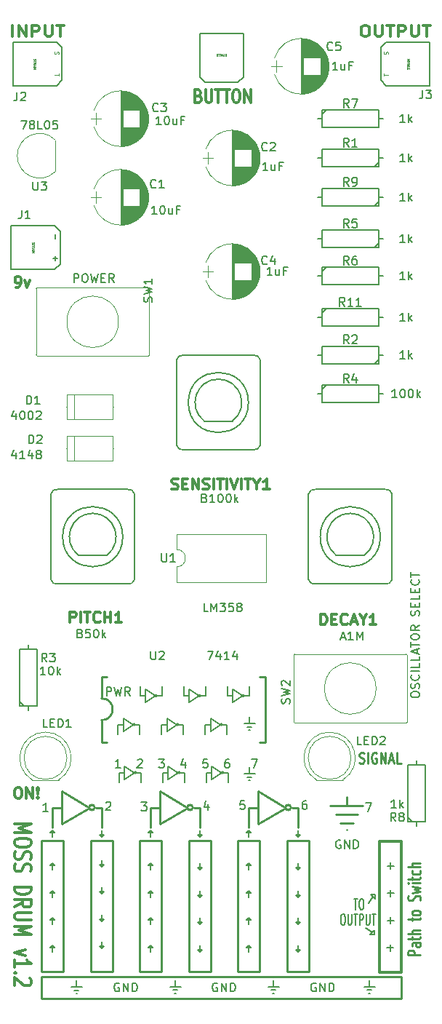
<source format=gbr>
G04 #@! TF.GenerationSoftware,KiCad,Pcbnew,(5.0.0-rc2-dev-311-g1dd4af297)*
G04 #@! TF.CreationDate,2018-05-06T13:38:39-07:00*
G04 #@! TF.ProjectId,workshop_drum1.2,776F726B73686F705F6472756D312E32,rev?*
G04 #@! TF.SameCoordinates,Original*
G04 #@! TF.FileFunction,Legend,Top*
G04 #@! TF.FilePolarity,Positive*
%FSLAX46Y46*%
G04 Gerber Fmt 4.6, Leading zero omitted, Abs format (unit mm)*
G04 Created by KiCad (PCBNEW (5.0.0-rc2-dev-311-g1dd4af297)) date 05/06/18 13:38:39*
%MOMM*%
%LPD*%
G01*
G04 APERTURE LIST*
%ADD10C,0.375000*%
%ADD11C,0.120000*%
%ADD12C,0.125000*%
%ADD13C,0.150000*%
%ADD14C,0.250000*%
%ADD15C,0.350000*%
%ADD16C,0.127000*%
%ADD17C,0.300000*%
%ADD18C,0.062500*%
%ADD19C,0.312500*%
G04 APERTURE END LIST*
D10*
X123809238Y-130850857D02*
X125809238Y-130850857D01*
X124380666Y-131350857D01*
X125809238Y-131850857D01*
X123809238Y-131850857D01*
X125809238Y-132850857D02*
X125809238Y-133136571D01*
X125714000Y-133279428D01*
X125523523Y-133422285D01*
X125142571Y-133493714D01*
X124475904Y-133493714D01*
X124094952Y-133422285D01*
X123904476Y-133279428D01*
X123809238Y-133136571D01*
X123809238Y-132850857D01*
X123904476Y-132708000D01*
X124094952Y-132565142D01*
X124475904Y-132493714D01*
X125142571Y-132493714D01*
X125523523Y-132565142D01*
X125714000Y-132708000D01*
X125809238Y-132850857D01*
X123904476Y-134065142D02*
X123809238Y-134279428D01*
X123809238Y-134636571D01*
X123904476Y-134779428D01*
X123999714Y-134850857D01*
X124190190Y-134922285D01*
X124380666Y-134922285D01*
X124571142Y-134850857D01*
X124666380Y-134779428D01*
X124761619Y-134636571D01*
X124856857Y-134350857D01*
X124952095Y-134208000D01*
X125047333Y-134136571D01*
X125237809Y-134065142D01*
X125428285Y-134065142D01*
X125618761Y-134136571D01*
X125714000Y-134208000D01*
X125809238Y-134350857D01*
X125809238Y-134708000D01*
X125714000Y-134922285D01*
X123904476Y-135493714D02*
X123809238Y-135708000D01*
X123809238Y-136065142D01*
X123904476Y-136208000D01*
X123999714Y-136279428D01*
X124190190Y-136350857D01*
X124380666Y-136350857D01*
X124571142Y-136279428D01*
X124666380Y-136208000D01*
X124761619Y-136065142D01*
X124856857Y-135779428D01*
X124952095Y-135636571D01*
X125047333Y-135565142D01*
X125237809Y-135493714D01*
X125428285Y-135493714D01*
X125618761Y-135565142D01*
X125714000Y-135636571D01*
X125809238Y-135779428D01*
X125809238Y-136136571D01*
X125714000Y-136350857D01*
X123809238Y-138136571D02*
X125809238Y-138136571D01*
X125809238Y-138493714D01*
X125714000Y-138708000D01*
X125523523Y-138850857D01*
X125333047Y-138922285D01*
X124952095Y-138993714D01*
X124666380Y-138993714D01*
X124285428Y-138922285D01*
X124094952Y-138850857D01*
X123904476Y-138708000D01*
X123809238Y-138493714D01*
X123809238Y-138136571D01*
X123809238Y-140493714D02*
X124761619Y-139993714D01*
X123809238Y-139636571D02*
X125809238Y-139636571D01*
X125809238Y-140208000D01*
X125714000Y-140350857D01*
X125618761Y-140422285D01*
X125428285Y-140493714D01*
X125142571Y-140493714D01*
X124952095Y-140422285D01*
X124856857Y-140350857D01*
X124761619Y-140208000D01*
X124761619Y-139636571D01*
X125809238Y-141136571D02*
X124190190Y-141136571D01*
X123999714Y-141208000D01*
X123904476Y-141279428D01*
X123809238Y-141422285D01*
X123809238Y-141708000D01*
X123904476Y-141850857D01*
X123999714Y-141922285D01*
X124190190Y-141993714D01*
X125809238Y-141993714D01*
X123809238Y-142708000D02*
X125809238Y-142708000D01*
X124380666Y-143208000D01*
X125809238Y-143708000D01*
X123809238Y-143708000D01*
X125142571Y-145422285D02*
X123809238Y-145779428D01*
X125142571Y-146136571D01*
X123809238Y-147493714D02*
X123809238Y-146636571D01*
X123809238Y-147065142D02*
X125809238Y-147065142D01*
X125523523Y-146922285D01*
X125333047Y-146779428D01*
X125237809Y-146636571D01*
X123999714Y-148136571D02*
X123904476Y-148208000D01*
X123809238Y-148136571D01*
X123904476Y-148065142D01*
X123999714Y-148136571D01*
X123809238Y-148136571D01*
X125618761Y-148779428D02*
X125714000Y-148850857D01*
X125809238Y-148993714D01*
X125809238Y-149350857D01*
X125714000Y-149493714D01*
X125618761Y-149565142D01*
X125428285Y-149636571D01*
X125237809Y-149636571D01*
X124952095Y-149565142D01*
X123809238Y-148708000D01*
X123809238Y-149636571D01*
D11*
X157206000Y-39472000D02*
X157206000Y-45872000D01*
X157246000Y-39472000D02*
X157246000Y-45872000D01*
X157286000Y-39472000D02*
X157286000Y-45872000D01*
X157326000Y-39474000D02*
X157326000Y-45870000D01*
X157366000Y-39475000D02*
X157366000Y-45869000D01*
X157406000Y-39478000D02*
X157406000Y-45866000D01*
X157446000Y-39480000D02*
X157446000Y-45864000D01*
X157486000Y-39484000D02*
X157486000Y-41692000D01*
X157486000Y-43652000D02*
X157486000Y-45860000D01*
X157526000Y-39487000D02*
X157526000Y-41692000D01*
X157526000Y-43652000D02*
X157526000Y-45857000D01*
X157566000Y-39492000D02*
X157566000Y-41692000D01*
X157566000Y-43652000D02*
X157566000Y-45852000D01*
X157606000Y-39496000D02*
X157606000Y-41692000D01*
X157606000Y-43652000D02*
X157606000Y-45848000D01*
X157646000Y-39502000D02*
X157646000Y-41692000D01*
X157646000Y-43652000D02*
X157646000Y-45842000D01*
X157686000Y-39507000D02*
X157686000Y-41692000D01*
X157686000Y-43652000D02*
X157686000Y-45837000D01*
X157726000Y-39514000D02*
X157726000Y-41692000D01*
X157726000Y-43652000D02*
X157726000Y-45830000D01*
X157766000Y-39520000D02*
X157766000Y-41692000D01*
X157766000Y-43652000D02*
X157766000Y-45824000D01*
X157806000Y-39528000D02*
X157806000Y-41692000D01*
X157806000Y-43652000D02*
X157806000Y-45816000D01*
X157846000Y-39535000D02*
X157846000Y-41692000D01*
X157846000Y-43652000D02*
X157846000Y-45809000D01*
X157886000Y-39544000D02*
X157886000Y-41692000D01*
X157886000Y-43652000D02*
X157886000Y-45800000D01*
X157927000Y-39553000D02*
X157927000Y-41692000D01*
X157927000Y-43652000D02*
X157927000Y-45791000D01*
X157967000Y-39562000D02*
X157967000Y-41692000D01*
X157967000Y-43652000D02*
X157967000Y-45782000D01*
X158007000Y-39572000D02*
X158007000Y-41692000D01*
X158007000Y-43652000D02*
X158007000Y-45772000D01*
X158047000Y-39582000D02*
X158047000Y-41692000D01*
X158047000Y-43652000D02*
X158047000Y-45762000D01*
X158087000Y-39593000D02*
X158087000Y-41692000D01*
X158087000Y-43652000D02*
X158087000Y-45751000D01*
X158127000Y-39605000D02*
X158127000Y-41692000D01*
X158127000Y-43652000D02*
X158127000Y-45739000D01*
X158167000Y-39617000D02*
X158167000Y-41692000D01*
X158167000Y-43652000D02*
X158167000Y-45727000D01*
X158207000Y-39630000D02*
X158207000Y-41692000D01*
X158207000Y-43652000D02*
X158207000Y-45714000D01*
X158247000Y-39643000D02*
X158247000Y-41692000D01*
X158247000Y-43652000D02*
X158247000Y-45701000D01*
X158287000Y-39657000D02*
X158287000Y-41692000D01*
X158287000Y-43652000D02*
X158287000Y-45687000D01*
X158327000Y-39671000D02*
X158327000Y-41692000D01*
X158327000Y-43652000D02*
X158327000Y-45673000D01*
X158367000Y-39686000D02*
X158367000Y-41692000D01*
X158367000Y-43652000D02*
X158367000Y-45658000D01*
X158407000Y-39702000D02*
X158407000Y-41692000D01*
X158407000Y-43652000D02*
X158407000Y-45642000D01*
X158447000Y-39718000D02*
X158447000Y-41692000D01*
X158447000Y-43652000D02*
X158447000Y-45626000D01*
X158487000Y-39735000D02*
X158487000Y-41692000D01*
X158487000Y-43652000D02*
X158487000Y-45609000D01*
X158527000Y-39753000D02*
X158527000Y-41692000D01*
X158527000Y-43652000D02*
X158527000Y-45591000D01*
X158567000Y-39771000D02*
X158567000Y-41692000D01*
X158567000Y-43652000D02*
X158567000Y-45573000D01*
X158607000Y-39790000D02*
X158607000Y-41692000D01*
X158607000Y-43652000D02*
X158607000Y-45554000D01*
X158647000Y-39809000D02*
X158647000Y-41692000D01*
X158647000Y-43652000D02*
X158647000Y-45535000D01*
X158687000Y-39829000D02*
X158687000Y-41692000D01*
X158687000Y-43652000D02*
X158687000Y-45515000D01*
X158727000Y-39850000D02*
X158727000Y-41692000D01*
X158727000Y-43652000D02*
X158727000Y-45494000D01*
X158767000Y-39872000D02*
X158767000Y-41692000D01*
X158767000Y-43652000D02*
X158767000Y-45472000D01*
X158807000Y-39894000D02*
X158807000Y-41692000D01*
X158807000Y-43652000D02*
X158807000Y-45450000D01*
X158847000Y-39917000D02*
X158847000Y-41692000D01*
X158847000Y-43652000D02*
X158847000Y-45427000D01*
X158887000Y-39941000D02*
X158887000Y-41692000D01*
X158887000Y-43652000D02*
X158887000Y-45403000D01*
X158927000Y-39966000D02*
X158927000Y-41692000D01*
X158927000Y-43652000D02*
X158927000Y-45378000D01*
X158967000Y-39991000D02*
X158967000Y-41692000D01*
X158967000Y-43652000D02*
X158967000Y-45353000D01*
X159007000Y-40018000D02*
X159007000Y-41692000D01*
X159007000Y-43652000D02*
X159007000Y-45326000D01*
X159047000Y-40045000D02*
X159047000Y-41692000D01*
X159047000Y-43652000D02*
X159047000Y-45299000D01*
X159087000Y-40073000D02*
X159087000Y-41692000D01*
X159087000Y-43652000D02*
X159087000Y-45271000D01*
X159127000Y-40102000D02*
X159127000Y-41692000D01*
X159127000Y-43652000D02*
X159127000Y-45242000D01*
X159167000Y-40132000D02*
X159167000Y-41692000D01*
X159167000Y-43652000D02*
X159167000Y-45212000D01*
X159207000Y-40162000D02*
X159207000Y-41692000D01*
X159207000Y-43652000D02*
X159207000Y-45182000D01*
X159247000Y-40194000D02*
X159247000Y-41692000D01*
X159247000Y-43652000D02*
X159247000Y-45150000D01*
X159287000Y-40227000D02*
X159287000Y-41692000D01*
X159287000Y-43652000D02*
X159287000Y-45117000D01*
X159327000Y-40261000D02*
X159327000Y-41692000D01*
X159327000Y-43652000D02*
X159327000Y-45083000D01*
X159367000Y-40297000D02*
X159367000Y-41692000D01*
X159367000Y-43652000D02*
X159367000Y-45047000D01*
X159407000Y-40333000D02*
X159407000Y-41692000D01*
X159407000Y-43652000D02*
X159407000Y-45011000D01*
X159447000Y-40371000D02*
X159447000Y-44973000D01*
X159487000Y-40410000D02*
X159487000Y-44934000D01*
X159527000Y-40450000D02*
X159527000Y-44894000D01*
X159567000Y-40492000D02*
X159567000Y-44852000D01*
X159607000Y-40535000D02*
X159607000Y-44809000D01*
X159647000Y-40580000D02*
X159647000Y-44764000D01*
X159687000Y-40627000D02*
X159687000Y-44717000D01*
X159727000Y-40675000D02*
X159727000Y-44669000D01*
X159767000Y-40726000D02*
X159767000Y-44618000D01*
X159807000Y-40778000D02*
X159807000Y-44566000D01*
X159847000Y-40833000D02*
X159847000Y-44511000D01*
X159887000Y-40891000D02*
X159887000Y-44453000D01*
X159927000Y-40951000D02*
X159927000Y-44393000D01*
X159967000Y-41014000D02*
X159967000Y-44330000D01*
X160007000Y-41081000D02*
X160007000Y-44263000D01*
X160047000Y-41152000D02*
X160047000Y-44192000D01*
X160087000Y-41227000D02*
X160087000Y-44117000D01*
X160127000Y-41308000D02*
X160127000Y-44036000D01*
X160167000Y-41394000D02*
X160167000Y-43950000D01*
X160207000Y-41488000D02*
X160207000Y-43856000D01*
X160247000Y-41591000D02*
X160247000Y-43753000D01*
X160287000Y-41706000D02*
X160287000Y-43638000D01*
X160327000Y-41838000D02*
X160327000Y-43506000D01*
X160367000Y-41996000D02*
X160367000Y-43348000D01*
X160407000Y-42204000D02*
X160407000Y-43140000D01*
X153756000Y-42672000D02*
X154956000Y-42672000D01*
X154356000Y-42022000D02*
X154356000Y-43322000D01*
X160294440Y-41692643D02*
G75*
G03X154117764Y-41692000I-3088440J-979357D01*
G01*
X160294440Y-43651357D02*
G75*
G02X154117764Y-43652000I-3088440J979357D01*
G01*
X160294440Y-43651357D02*
G75*
G03X160294236Y-41692000I-3088440J979357D01*
G01*
D12*
X169540000Y-118935500D02*
G75*
G02X169413000Y-119062500I-127000J0D01*
G01*
X156332000Y-111188500D02*
G75*
G02X156459000Y-111061500I127000J0D01*
G01*
X169413000Y-111061500D02*
G75*
G02X169540000Y-111188500I0J-127000D01*
G01*
X156459000Y-119062500D02*
G75*
G02X156332000Y-118935500I0J127000D01*
G01*
X165936000Y-115062000D02*
G75*
G03X165936000Y-115062000I-3000000J0D01*
G01*
X169436000Y-119062000D02*
X156436000Y-119062000D01*
X169536000Y-111162000D02*
X169536000Y-118962000D01*
X156436000Y-111062000D02*
X169436000Y-111062000D01*
X156336000Y-118962000D02*
X156336000Y-111162000D01*
X126332000Y-68526500D02*
G75*
G02X126459000Y-68399500I127000J0D01*
G01*
X139540000Y-76273500D02*
G75*
G02X139413000Y-76400500I-127000J0D01*
G01*
X126459000Y-76400500D02*
G75*
G02X126332000Y-76273500I0J127000D01*
G01*
X139413000Y-68399500D02*
G75*
G02X139540000Y-68526500I0J-127000D01*
G01*
X135936000Y-72400000D02*
G75*
G03X135936000Y-72400000I-3000000J0D01*
G01*
X126436000Y-68400000D02*
X139436000Y-68400000D01*
X126336000Y-76300000D02*
X126336000Y-68500000D01*
X139436000Y-76400000D02*
X126436000Y-76400000D01*
X139536000Y-68500000D02*
X139536000Y-76300000D01*
D13*
X145396000Y-43940000D02*
X145396000Y-38860000D01*
X146031000Y-44575000D02*
X145396000Y-43940000D01*
X149841000Y-44575000D02*
X146031000Y-44575000D01*
X150476000Y-43940000D02*
X149841000Y-44575000D01*
X150476000Y-38860000D02*
X150476000Y-43940000D01*
X145396000Y-38860000D02*
X150476000Y-38860000D01*
X123444000Y-61214000D02*
X123444000Y-66294000D01*
X123444000Y-66294000D02*
X128524000Y-66294000D01*
X128524000Y-66294000D02*
X129159000Y-65659000D01*
X129159000Y-65659000D02*
X129159000Y-61849000D01*
X129159000Y-61849000D02*
X128524000Y-61214000D01*
X128524000Y-61214000D02*
X123444000Y-61214000D01*
X138557000Y-124841000D02*
X138557000Y-125984000D01*
X142875000Y-124841000D02*
X141732000Y-125603000D01*
X148717000Y-124841000D02*
X148717000Y-125984000D01*
X136652000Y-124079000D02*
X137795000Y-124841000D01*
X136017000Y-124841000D02*
X136652000Y-124841000D01*
X141732000Y-124841000D02*
X141732000Y-124079000D01*
X143129000Y-124841000D02*
G75*
G03X143129000Y-124841000I-127000J0D01*
G01*
X146177000Y-125984000D02*
X146177000Y-124841000D01*
X148209000Y-124841000D02*
G75*
G03X148209000Y-124841000I-127000J0D01*
G01*
X148209000Y-124841000D02*
X148717000Y-124841000D01*
X141732000Y-125603000D02*
X141732000Y-124841000D01*
X143129000Y-124841000D02*
X143637000Y-124841000D01*
X136652000Y-124841000D02*
X136652000Y-124079000D01*
X137795000Y-124841000D02*
X136652000Y-125603000D01*
X136652000Y-125603000D02*
X136652000Y-124841000D01*
X138049000Y-124841000D02*
X138557000Y-124841000D01*
X143637000Y-124841000D02*
X143637000Y-125984000D01*
X146812000Y-124841000D02*
X146812000Y-124079000D01*
X141732000Y-124079000D02*
X142875000Y-124841000D01*
X136017000Y-125984000D02*
X136017000Y-124841000D01*
X138049000Y-124841000D02*
G75*
G03X138049000Y-124841000I-127000J0D01*
G01*
X141097000Y-124841000D02*
X141732000Y-124841000D01*
X141097000Y-125984000D02*
X141097000Y-124841000D01*
X146177000Y-124841000D02*
X146812000Y-124841000D01*
X146812000Y-124079000D02*
X147955000Y-124841000D01*
X146812000Y-125603000D02*
X146812000Y-124841000D01*
X147955000Y-124841000D02*
X146812000Y-125603000D01*
X150939500Y-125349000D02*
X151447500Y-125349000D01*
X151257000Y-125730000D02*
X151130000Y-125730000D01*
X151193500Y-124968000D02*
X151193500Y-124206000D01*
X151828500Y-124968000D02*
X150558500Y-124968000D01*
D14*
X133985000Y-118745000D02*
X133985000Y-121285000D01*
X133985000Y-116205000D02*
X133985000Y-113665000D01*
X133985000Y-113665000D02*
X134620000Y-113665000D01*
X133985000Y-116205000D02*
G75*
G02X133985000Y-118745000I0J-1270000D01*
G01*
X134620000Y-121285000D02*
X133985000Y-121285000D01*
X153035000Y-113665000D02*
X152400000Y-113665000D01*
X153035000Y-121285000D02*
X153035000Y-113665000D01*
X152400000Y-121285000D02*
X153035000Y-121285000D01*
D13*
X165798500Y-149733000D02*
X164528500Y-149733000D01*
X164909500Y-150114000D02*
X165417500Y-150114000D01*
X165163500Y-149733000D02*
X165163500Y-148971000D01*
X165227000Y-150495000D02*
X165100000Y-150495000D01*
X154051000Y-150495000D02*
X153924000Y-150495000D01*
X154622500Y-149733000D02*
X153352500Y-149733000D01*
X153733500Y-150114000D02*
X154241500Y-150114000D01*
X153987500Y-149733000D02*
X153987500Y-148971000D01*
X142621000Y-150495000D02*
X142494000Y-150495000D01*
X143192500Y-149733000D02*
X141922500Y-149733000D01*
X142303500Y-150114000D02*
X142811500Y-150114000D01*
X142557500Y-149733000D02*
X142557500Y-148971000D01*
X131064000Y-149796500D02*
X131064000Y-149034500D01*
X131127500Y-150558500D02*
X131000500Y-150558500D01*
X130810000Y-150177500D02*
X131318000Y-150177500D01*
X131699000Y-149796500D02*
X130429000Y-149796500D01*
D14*
X168910000Y-148590000D02*
X168910000Y-151130000D01*
X168910000Y-151130000D02*
X132080000Y-151130000D01*
X134620000Y-148590000D02*
X168910000Y-148590000D01*
D13*
X156845000Y-145669000D02*
X156845000Y-144907000D01*
X139446000Y-145161000D02*
X139700000Y-144907000D01*
X151130000Y-144907000D02*
X151384000Y-145161000D01*
X156845000Y-145669000D02*
X156591000Y-145415000D01*
X145669000Y-145415000D02*
X145415000Y-145669000D01*
X145415000Y-145669000D02*
X145415000Y-144907000D01*
X145415000Y-145669000D02*
X145161000Y-145415000D01*
X157099000Y-145415000D02*
X156845000Y-145669000D01*
X151130000Y-144907000D02*
X151130000Y-145669000D01*
X145161000Y-145415000D02*
X145669000Y-145415000D01*
X150876000Y-145161000D02*
X151130000Y-144907000D01*
X151384000Y-145161000D02*
X150876000Y-145161000D01*
X139700000Y-144907000D02*
X139700000Y-145669000D01*
X139700000Y-144907000D02*
X139954000Y-145161000D01*
X156591000Y-145415000D02*
X157099000Y-145415000D01*
X139954000Y-145161000D02*
X139446000Y-145161000D01*
X157099000Y-142240000D02*
X156845000Y-142494000D01*
X145669000Y-142240000D02*
X145415000Y-142494000D01*
X145415000Y-142494000D02*
X145415000Y-141732000D01*
X139700000Y-141732000D02*
X139954000Y-141986000D01*
X151130000Y-141732000D02*
X151130000Y-142494000D01*
X156845000Y-142494000D02*
X156845000Y-141732000D01*
X139446000Y-141986000D02*
X139700000Y-141732000D01*
X139954000Y-141986000D02*
X139446000Y-141986000D01*
X151384000Y-141986000D02*
X150876000Y-141986000D01*
X145161000Y-142240000D02*
X145669000Y-142240000D01*
X145415000Y-142494000D02*
X145161000Y-142240000D01*
X139700000Y-141732000D02*
X139700000Y-142494000D01*
X151130000Y-141732000D02*
X151384000Y-141986000D01*
X150876000Y-141986000D02*
X151130000Y-141732000D01*
X156845000Y-142494000D02*
X156591000Y-142240000D01*
X156591000Y-142240000D02*
X157099000Y-142240000D01*
X139954000Y-138811000D02*
X139446000Y-138811000D01*
X145669000Y-139065000D02*
X145415000Y-139319000D01*
X151384000Y-138811000D02*
X150876000Y-138811000D01*
X139700000Y-138557000D02*
X139954000Y-138811000D01*
X145161000Y-139065000D02*
X145669000Y-139065000D01*
X139446000Y-138811000D02*
X139700000Y-138557000D01*
X145415000Y-139319000D02*
X145161000Y-139065000D01*
X139700000Y-138557000D02*
X139700000Y-139319000D01*
X145415000Y-139319000D02*
X145415000Y-138557000D01*
X151130000Y-138557000D02*
X151384000Y-138811000D01*
X150876000Y-138811000D02*
X151130000Y-138557000D01*
X151130000Y-138557000D02*
X151130000Y-139319000D01*
X157099000Y-139065000D02*
X156845000Y-139319000D01*
X156845000Y-139319000D02*
X156845000Y-138557000D01*
X156845000Y-139319000D02*
X156591000Y-139065000D01*
X156591000Y-139065000D02*
X157099000Y-139065000D01*
X145415000Y-136144000D02*
X145161000Y-135890000D01*
X151130000Y-135382000D02*
X151384000Y-135636000D01*
X151384000Y-135636000D02*
X150876000Y-135636000D01*
X139446000Y-135636000D02*
X139700000Y-135382000D01*
X139954000Y-135636000D02*
X139446000Y-135636000D01*
X139700000Y-135382000D02*
X139954000Y-135636000D01*
X139700000Y-135382000D02*
X139700000Y-136144000D01*
X145161000Y-135890000D02*
X145669000Y-135890000D01*
X145415000Y-136144000D02*
X145415000Y-135382000D01*
X145669000Y-135890000D02*
X145415000Y-136144000D01*
X150876000Y-135636000D02*
X151130000Y-135382000D01*
X151130000Y-135382000D02*
X151130000Y-136144000D01*
X157099000Y-135890000D02*
X156845000Y-136144000D01*
X156845000Y-136144000D02*
X156845000Y-135382000D01*
X156845000Y-136144000D02*
X156591000Y-135890000D01*
X156591000Y-135890000D02*
X157099000Y-135890000D01*
X133985000Y-135763000D02*
X133731000Y-135509000D01*
X133985000Y-135763000D02*
X133985000Y-135001000D01*
X133731000Y-135509000D02*
X134239000Y-135509000D01*
X134239000Y-135509000D02*
X133985000Y-135763000D01*
X133985000Y-138938000D02*
X133731000Y-138684000D01*
X134239000Y-138684000D02*
X133985000Y-138938000D01*
X133985000Y-138938000D02*
X133985000Y-138176000D01*
X133731000Y-138684000D02*
X134239000Y-138684000D01*
X133985000Y-142113000D02*
X133985000Y-141351000D01*
X133985000Y-142113000D02*
X133731000Y-141859000D01*
X133731000Y-141859000D02*
X134239000Y-141859000D01*
X134239000Y-141859000D02*
X133985000Y-142113000D01*
X133985000Y-145288000D02*
X133985000Y-144526000D01*
X134239000Y-145034000D02*
X133985000Y-145288000D01*
X133985000Y-145288000D02*
X133731000Y-145034000D01*
X133731000Y-145034000D02*
X134239000Y-145034000D01*
X128524000Y-145161000D02*
X128016000Y-145161000D01*
X128016000Y-145161000D02*
X128270000Y-144907000D01*
X128270000Y-144907000D02*
X128524000Y-145161000D01*
X128270000Y-144907000D02*
X128270000Y-145669000D01*
X128270000Y-141732000D02*
X128524000Y-141986000D01*
X128016000Y-141986000D02*
X128270000Y-141732000D01*
X128270000Y-141732000D02*
X128270000Y-142494000D01*
X128524000Y-141986000D02*
X128016000Y-141986000D01*
X128270000Y-138557000D02*
X128524000Y-138811000D01*
X128524000Y-138811000D02*
X128016000Y-138811000D01*
X128016000Y-138811000D02*
X128270000Y-138557000D01*
X128270000Y-138557000D02*
X128270000Y-139319000D01*
X128270000Y-135382000D02*
X128270000Y-136144000D01*
X128270000Y-135382000D02*
X128524000Y-135636000D01*
X128524000Y-135636000D02*
X128016000Y-135636000D01*
X128016000Y-135636000D02*
X128270000Y-135382000D01*
D14*
X127000000Y-148590000D02*
X161290000Y-148590000D01*
X127000000Y-151130000D02*
X127000000Y-148590000D01*
X163830000Y-151130000D02*
X127000000Y-151130000D01*
X128270000Y-128905000D02*
X129349500Y-128905000D01*
X133985000Y-128905000D02*
X133350000Y-128905000D01*
D13*
X133159500Y-128905000D02*
X133350000Y-128905000D01*
D14*
X133159500Y-128905000D02*
G75*
G03X133159500Y-128905000I-317500J0D01*
G01*
X132524500Y-128905000D02*
X129349500Y-130810000D01*
X129349500Y-127000000D02*
X132524500Y-128905000D01*
X129349500Y-130810000D02*
X129349500Y-127000000D01*
X132715000Y-132715000D02*
X132715000Y-147955000D01*
X135255000Y-147955000D02*
X135255000Y-132715000D01*
X132715000Y-147955000D02*
X135255000Y-147955000D01*
X135255000Y-132715000D02*
X132715000Y-132715000D01*
X129540000Y-132715000D02*
X127000000Y-132715000D01*
X129540000Y-147955000D02*
X129540000Y-132715000D01*
X127000000Y-147955000D02*
X129540000Y-147955000D01*
X127000000Y-132715000D02*
X127000000Y-147955000D01*
D13*
X133985000Y-132334000D02*
X133731000Y-132080000D01*
X133731000Y-132080000D02*
X134239000Y-132080000D01*
X134239000Y-132080000D02*
X133985000Y-132334000D01*
X133985000Y-132334000D02*
X133985000Y-131572000D01*
X128016000Y-131826000D02*
X128270000Y-131572000D01*
X128270000Y-131572000D02*
X128270000Y-132334000D01*
X128524000Y-131826000D02*
X128016000Y-131826000D01*
X128270000Y-131572000D02*
X128524000Y-131826000D01*
D14*
X128270000Y-128905000D02*
X128270000Y-131191000D01*
X133985000Y-128905000D02*
X133985000Y-131191000D01*
X145415000Y-128905000D02*
X144780000Y-128905000D01*
X146685000Y-147955000D02*
X146685000Y-132715000D01*
D13*
X144589500Y-128905000D02*
X144780000Y-128905000D01*
D14*
X139700000Y-128905000D02*
X140779500Y-128905000D01*
X140779500Y-130810000D02*
X140779500Y-127000000D01*
X140970000Y-132715000D02*
X138430000Y-132715000D01*
X140779500Y-127000000D02*
X143954500Y-128905000D01*
X138430000Y-147955000D02*
X140970000Y-147955000D01*
X144145000Y-132715000D02*
X144145000Y-147955000D01*
X138430000Y-132715000D02*
X138430000Y-147955000D01*
D13*
X145415000Y-132334000D02*
X145161000Y-132080000D01*
D14*
X144589500Y-128905000D02*
G75*
G03X144589500Y-128905000I-317500J0D01*
G01*
X143954500Y-128905000D02*
X140779500Y-130810000D01*
X144145000Y-147955000D02*
X146685000Y-147955000D01*
X146685000Y-132715000D02*
X144145000Y-132715000D01*
X140970000Y-147955000D02*
X140970000Y-132715000D01*
D13*
X139446000Y-131826000D02*
X139700000Y-131572000D01*
D14*
X139700000Y-128905000D02*
X139700000Y-131191000D01*
D13*
X139954000Y-131826000D02*
X139446000Y-131826000D01*
D14*
X145415000Y-128905000D02*
X145415000Y-131191000D01*
D13*
X139700000Y-131572000D02*
X139954000Y-131826000D01*
X139700000Y-131572000D02*
X139700000Y-132334000D01*
X145161000Y-132080000D02*
X145669000Y-132080000D01*
X145669000Y-132080000D02*
X145415000Y-132334000D01*
X145415000Y-132334000D02*
X145415000Y-131572000D01*
D14*
X155575000Y-147955000D02*
X158115000Y-147955000D01*
D13*
X150876000Y-131826000D02*
X151130000Y-131572000D01*
D14*
X152400000Y-147955000D02*
X152400000Y-132715000D01*
D13*
X151130000Y-131572000D02*
X151130000Y-132334000D01*
X157099000Y-132080000D02*
X156845000Y-132334000D01*
X156845000Y-132334000D02*
X156845000Y-131572000D01*
D14*
X151130000Y-128905000D02*
X151130000Y-131191000D01*
X155384500Y-128905000D02*
X152209500Y-130810000D01*
X156845000Y-128905000D02*
X156845000Y-131191000D01*
D13*
X151130000Y-131572000D02*
X151384000Y-131826000D01*
X156591000Y-132080000D02*
X157099000Y-132080000D01*
D14*
X158115000Y-132715000D02*
X155575000Y-132715000D01*
X149860000Y-132715000D02*
X149860000Y-147955000D01*
D13*
X156845000Y-132334000D02*
X156591000Y-132080000D01*
D14*
X156019500Y-128905000D02*
G75*
G03X156019500Y-128905000I-317500J0D01*
G01*
D13*
X151384000Y-131826000D02*
X150876000Y-131826000D01*
D14*
X152209500Y-130810000D02*
X152209500Y-127000000D01*
X151130000Y-128905000D02*
X152209500Y-128905000D01*
X152400000Y-132715000D02*
X149860000Y-132715000D01*
X149860000Y-147955000D02*
X152400000Y-147955000D01*
X152209500Y-127000000D02*
X155384500Y-128905000D01*
D13*
X156019500Y-128905000D02*
X156210000Y-128905000D01*
D14*
X158115000Y-147955000D02*
X158115000Y-132715000D01*
X155575000Y-132715000D02*
X155575000Y-147955000D01*
X156845000Y-128905000D02*
X156210000Y-128905000D01*
X162560000Y-127635000D02*
X162560000Y-128714500D01*
X160591500Y-128714500D02*
X164401500Y-128714500D01*
X161226500Y-129667000D02*
X163766500Y-129667000D01*
X161734500Y-130683000D02*
X163258500Y-130683000D01*
X162486500Y-131445000D02*
X162506500Y-131445000D01*
D13*
X135890000Y-120396000D02*
X135890000Y-119253000D01*
X135890000Y-119253000D02*
X136525000Y-119253000D01*
X136525000Y-119253000D02*
X136525000Y-118491000D01*
X136525000Y-118491000D02*
X137668000Y-119253000D01*
X137668000Y-119253000D02*
X136525000Y-120015000D01*
X136525000Y-120015000D02*
X136525000Y-119253000D01*
X137922000Y-119253000D02*
G75*
G03X137922000Y-119253000I-127000J0D01*
G01*
X137922000Y-119253000D02*
X138430000Y-119253000D01*
X138430000Y-119253000D02*
X138430000Y-120396000D01*
X143510000Y-119253000D02*
X143510000Y-120396000D01*
X142748000Y-119253000D02*
X141605000Y-120015000D01*
X140970000Y-119253000D02*
X141605000Y-119253000D01*
X140970000Y-120396000D02*
X140970000Y-119253000D01*
X141605000Y-119253000D02*
X141605000Y-118491000D01*
X141605000Y-118491000D02*
X142748000Y-119253000D01*
X143002000Y-119253000D02*
G75*
G03X143002000Y-119253000I-127000J0D01*
G01*
X143002000Y-119253000D02*
X143510000Y-119253000D01*
X141605000Y-120015000D02*
X141605000Y-119253000D01*
X146050000Y-119253000D02*
X146685000Y-119253000D01*
X148082000Y-119253000D02*
X148590000Y-119253000D01*
X148590000Y-119253000D02*
X148590000Y-120396000D01*
X148082000Y-119253000D02*
G75*
G03X148082000Y-119253000I-127000J0D01*
G01*
X146050000Y-120396000D02*
X146050000Y-119253000D01*
X146685000Y-119253000D02*
X146685000Y-118491000D01*
X146685000Y-118491000D02*
X147828000Y-119253000D01*
X146685000Y-120015000D02*
X146685000Y-119253000D01*
X147828000Y-119253000D02*
X146685000Y-120015000D01*
X149245304Y-115920836D02*
X149245304Y-116682836D01*
X148610304Y-115920836D02*
X149245304Y-115920836D01*
X151150304Y-115920836D02*
X151150304Y-114777836D01*
X148610304Y-114777836D02*
X148610304Y-115920836D01*
X149245304Y-116682836D02*
X150388304Y-115920836D01*
X149245304Y-115158836D02*
X149245304Y-115920836D01*
X150642304Y-115920836D02*
X151150304Y-115920836D01*
X150388304Y-115920836D02*
X149245304Y-115158836D01*
X150642304Y-115920836D02*
G75*
G03X150642304Y-115920836I-127000J0D01*
G01*
X144165304Y-116682836D02*
X145308304Y-115920836D01*
X145562304Y-115920836D02*
X146070304Y-115920836D01*
X145308304Y-115920836D02*
X144165304Y-115158836D01*
X144165304Y-115158836D02*
X144165304Y-115920836D01*
X144165304Y-115920836D02*
X144165304Y-116682836D01*
X143530304Y-115920836D02*
X144165304Y-115920836D01*
X145562304Y-115920836D02*
G75*
G03X145562304Y-115920836I-127000J0D01*
G01*
X143530304Y-114777836D02*
X143530304Y-115920836D01*
X146070304Y-115920836D02*
X146070304Y-114777836D01*
X139085304Y-115158836D02*
X139085304Y-115920836D01*
X138450304Y-115920836D02*
X139085304Y-115920836D01*
X140482304Y-115920836D02*
X140990304Y-115920836D01*
X140482304Y-115920836D02*
G75*
G03X140482304Y-115920836I-127000J0D01*
G01*
X138450304Y-114777836D02*
X138450304Y-115920836D01*
X139085304Y-116682836D02*
X140228304Y-115920836D01*
X139085304Y-115920836D02*
X139085304Y-116682836D01*
X140228304Y-115920836D02*
X139085304Y-115158836D01*
X140990304Y-115920836D02*
X140990304Y-114777836D01*
X150939500Y-119507000D02*
X151447500Y-119507000D01*
X151193500Y-119126000D02*
X151193500Y-118364000D01*
X151828500Y-119126000D02*
X150558500Y-119126000D01*
X151257000Y-119888000D02*
X151130000Y-119888000D01*
X123626000Y-39860000D02*
X123626000Y-44940000D01*
X123626000Y-44940000D02*
X128706000Y-44940000D01*
X128706000Y-44940000D02*
X129341000Y-44305000D01*
X129341000Y-44305000D02*
X129341000Y-40495000D01*
X129341000Y-40495000D02*
X128706000Y-39860000D01*
X128706000Y-39860000D02*
X123626000Y-39860000D01*
X167132000Y-39860000D02*
X172212000Y-39860000D01*
X166497000Y-40495000D02*
X167132000Y-39860000D01*
X166497000Y-44305000D02*
X166497000Y-40495000D01*
X167132000Y-44940000D02*
X166497000Y-44305000D01*
X172212000Y-44940000D02*
X167132000Y-44940000D01*
X172212000Y-39860000D02*
X172212000Y-44940000D01*
X159126000Y-71882000D02*
X159634000Y-71882000D01*
X166746000Y-71882000D02*
X166238000Y-71882000D01*
X166238000Y-71882000D02*
X166238000Y-70866000D01*
X166238000Y-70866000D02*
X159634000Y-70866000D01*
X159634000Y-70866000D02*
X159634000Y-72898000D01*
X159634000Y-72898000D02*
X166238000Y-72898000D01*
X166238000Y-72898000D02*
X166238000Y-71882000D01*
X159634000Y-71374000D02*
X160142000Y-70866000D01*
D11*
X142736000Y-100900000D02*
X142736000Y-102670000D01*
X142736000Y-102670000D02*
X153136000Y-102670000D01*
X153136000Y-102670000D02*
X153136000Y-97130000D01*
X153136000Y-97130000D02*
X142736000Y-97130000D01*
X142736000Y-97130000D02*
X142736000Y-98900000D01*
X142736000Y-98900000D02*
G75*
G02X142736000Y-100900000I0J-1000000D01*
G01*
D13*
X165328940Y-139000290D02*
X165582940Y-139254290D01*
X165074940Y-140016290D02*
X165582940Y-139254290D01*
X165582940Y-139254290D02*
X165836940Y-139508290D01*
X165836940Y-139000290D02*
X165328940Y-139000290D01*
X165836940Y-139508290D02*
X165836940Y-139000290D01*
X165735000Y-143129000D02*
X165481000Y-143383000D01*
X165735000Y-143637000D02*
X165735000Y-143129000D01*
X165227000Y-143637000D02*
X165735000Y-143637000D01*
X165481000Y-143383000D02*
X165227000Y-143637000D01*
X164719000Y-142875000D02*
X165481000Y-143383000D01*
D15*
X168910000Y-148082000D02*
X166370000Y-148082000D01*
X168910000Y-132842000D02*
X166370000Y-132842000D01*
X168910000Y-148082000D02*
X168910000Y-132842000D01*
X166370000Y-132842000D02*
X166370000Y-148082000D01*
D11*
X127436462Y-120140000D02*
G75*
G03X125891170Y-125690000I-462J-2990000D01*
G01*
X127435538Y-120140000D02*
G75*
G02X128980830Y-125690000I462J-2990000D01*
G01*
X129936000Y-123130000D02*
G75*
G03X129936000Y-123130000I-2500000J0D01*
G01*
X125891000Y-125690000D02*
X128981000Y-125690000D01*
X158983000Y-125690000D02*
X162073000Y-125690000D01*
X163028000Y-123130000D02*
G75*
G03X163028000Y-123130000I-2500000J0D01*
G01*
X160527538Y-120140000D02*
G75*
G02X162072830Y-125690000I462J-2990000D01*
G01*
X160528462Y-120140000D02*
G75*
G03X158983170Y-125690000I-462J-2990000D01*
G01*
X139274440Y-58891357D02*
G75*
G03X139274236Y-56932000I-3088440J979357D01*
G01*
X139274440Y-58891357D02*
G75*
G02X133097764Y-58892000I-3088440J979357D01*
G01*
X139274440Y-56932643D02*
G75*
G03X133097764Y-56932000I-3088440J-979357D01*
G01*
X133336000Y-57262000D02*
X133336000Y-58562000D01*
X132736000Y-57912000D02*
X133936000Y-57912000D01*
X139387000Y-57444000D02*
X139387000Y-58380000D01*
X139347000Y-57236000D02*
X139347000Y-58588000D01*
X139307000Y-57078000D02*
X139307000Y-58746000D01*
X139267000Y-56946000D02*
X139267000Y-58878000D01*
X139227000Y-56831000D02*
X139227000Y-58993000D01*
X139187000Y-56728000D02*
X139187000Y-59096000D01*
X139147000Y-56634000D02*
X139147000Y-59190000D01*
X139107000Y-56548000D02*
X139107000Y-59276000D01*
X139067000Y-56467000D02*
X139067000Y-59357000D01*
X139027000Y-56392000D02*
X139027000Y-59432000D01*
X138987000Y-56321000D02*
X138987000Y-59503000D01*
X138947000Y-56254000D02*
X138947000Y-59570000D01*
X138907000Y-56191000D02*
X138907000Y-59633000D01*
X138867000Y-56131000D02*
X138867000Y-59693000D01*
X138827000Y-56073000D02*
X138827000Y-59751000D01*
X138787000Y-56018000D02*
X138787000Y-59806000D01*
X138747000Y-55966000D02*
X138747000Y-59858000D01*
X138707000Y-55915000D02*
X138707000Y-59909000D01*
X138667000Y-55867000D02*
X138667000Y-59957000D01*
X138627000Y-55820000D02*
X138627000Y-60004000D01*
X138587000Y-55775000D02*
X138587000Y-60049000D01*
X138547000Y-55732000D02*
X138547000Y-60092000D01*
X138507000Y-55690000D02*
X138507000Y-60134000D01*
X138467000Y-55650000D02*
X138467000Y-60174000D01*
X138427000Y-55611000D02*
X138427000Y-60213000D01*
X138387000Y-58892000D02*
X138387000Y-60251000D01*
X138387000Y-55573000D02*
X138387000Y-56932000D01*
X138347000Y-58892000D02*
X138347000Y-60287000D01*
X138347000Y-55537000D02*
X138347000Y-56932000D01*
X138307000Y-58892000D02*
X138307000Y-60323000D01*
X138307000Y-55501000D02*
X138307000Y-56932000D01*
X138267000Y-58892000D02*
X138267000Y-60357000D01*
X138267000Y-55467000D02*
X138267000Y-56932000D01*
X138227000Y-58892000D02*
X138227000Y-60390000D01*
X138227000Y-55434000D02*
X138227000Y-56932000D01*
X138187000Y-58892000D02*
X138187000Y-60422000D01*
X138187000Y-55402000D02*
X138187000Y-56932000D01*
X138147000Y-58892000D02*
X138147000Y-60452000D01*
X138147000Y-55372000D02*
X138147000Y-56932000D01*
X138107000Y-58892000D02*
X138107000Y-60482000D01*
X138107000Y-55342000D02*
X138107000Y-56932000D01*
X138067000Y-58892000D02*
X138067000Y-60511000D01*
X138067000Y-55313000D02*
X138067000Y-56932000D01*
X138027000Y-58892000D02*
X138027000Y-60539000D01*
X138027000Y-55285000D02*
X138027000Y-56932000D01*
X137987000Y-58892000D02*
X137987000Y-60566000D01*
X137987000Y-55258000D02*
X137987000Y-56932000D01*
X137947000Y-58892000D02*
X137947000Y-60593000D01*
X137947000Y-55231000D02*
X137947000Y-56932000D01*
X137907000Y-58892000D02*
X137907000Y-60618000D01*
X137907000Y-55206000D02*
X137907000Y-56932000D01*
X137867000Y-58892000D02*
X137867000Y-60643000D01*
X137867000Y-55181000D02*
X137867000Y-56932000D01*
X137827000Y-58892000D02*
X137827000Y-60667000D01*
X137827000Y-55157000D02*
X137827000Y-56932000D01*
X137787000Y-58892000D02*
X137787000Y-60690000D01*
X137787000Y-55134000D02*
X137787000Y-56932000D01*
X137747000Y-58892000D02*
X137747000Y-60712000D01*
X137747000Y-55112000D02*
X137747000Y-56932000D01*
X137707000Y-58892000D02*
X137707000Y-60734000D01*
X137707000Y-55090000D02*
X137707000Y-56932000D01*
X137667000Y-58892000D02*
X137667000Y-60755000D01*
X137667000Y-55069000D02*
X137667000Y-56932000D01*
X137627000Y-58892000D02*
X137627000Y-60775000D01*
X137627000Y-55049000D02*
X137627000Y-56932000D01*
X137587000Y-58892000D02*
X137587000Y-60794000D01*
X137587000Y-55030000D02*
X137587000Y-56932000D01*
X137547000Y-58892000D02*
X137547000Y-60813000D01*
X137547000Y-55011000D02*
X137547000Y-56932000D01*
X137507000Y-58892000D02*
X137507000Y-60831000D01*
X137507000Y-54993000D02*
X137507000Y-56932000D01*
X137467000Y-58892000D02*
X137467000Y-60849000D01*
X137467000Y-54975000D02*
X137467000Y-56932000D01*
X137427000Y-58892000D02*
X137427000Y-60866000D01*
X137427000Y-54958000D02*
X137427000Y-56932000D01*
X137387000Y-58892000D02*
X137387000Y-60882000D01*
X137387000Y-54942000D02*
X137387000Y-56932000D01*
X137347000Y-58892000D02*
X137347000Y-60898000D01*
X137347000Y-54926000D02*
X137347000Y-56932000D01*
X137307000Y-58892000D02*
X137307000Y-60913000D01*
X137307000Y-54911000D02*
X137307000Y-56932000D01*
X137267000Y-58892000D02*
X137267000Y-60927000D01*
X137267000Y-54897000D02*
X137267000Y-56932000D01*
X137227000Y-58892000D02*
X137227000Y-60941000D01*
X137227000Y-54883000D02*
X137227000Y-56932000D01*
X137187000Y-58892000D02*
X137187000Y-60954000D01*
X137187000Y-54870000D02*
X137187000Y-56932000D01*
X137147000Y-58892000D02*
X137147000Y-60967000D01*
X137147000Y-54857000D02*
X137147000Y-56932000D01*
X137107000Y-58892000D02*
X137107000Y-60979000D01*
X137107000Y-54845000D02*
X137107000Y-56932000D01*
X137067000Y-58892000D02*
X137067000Y-60991000D01*
X137067000Y-54833000D02*
X137067000Y-56932000D01*
X137027000Y-58892000D02*
X137027000Y-61002000D01*
X137027000Y-54822000D02*
X137027000Y-56932000D01*
X136987000Y-58892000D02*
X136987000Y-61012000D01*
X136987000Y-54812000D02*
X136987000Y-56932000D01*
X136947000Y-58892000D02*
X136947000Y-61022000D01*
X136947000Y-54802000D02*
X136947000Y-56932000D01*
X136907000Y-58892000D02*
X136907000Y-61031000D01*
X136907000Y-54793000D02*
X136907000Y-56932000D01*
X136866000Y-58892000D02*
X136866000Y-61040000D01*
X136866000Y-54784000D02*
X136866000Y-56932000D01*
X136826000Y-58892000D02*
X136826000Y-61049000D01*
X136826000Y-54775000D02*
X136826000Y-56932000D01*
X136786000Y-58892000D02*
X136786000Y-61056000D01*
X136786000Y-54768000D02*
X136786000Y-56932000D01*
X136746000Y-58892000D02*
X136746000Y-61064000D01*
X136746000Y-54760000D02*
X136746000Y-56932000D01*
X136706000Y-58892000D02*
X136706000Y-61070000D01*
X136706000Y-54754000D02*
X136706000Y-56932000D01*
X136666000Y-58892000D02*
X136666000Y-61077000D01*
X136666000Y-54747000D02*
X136666000Y-56932000D01*
X136626000Y-58892000D02*
X136626000Y-61082000D01*
X136626000Y-54742000D02*
X136626000Y-56932000D01*
X136586000Y-58892000D02*
X136586000Y-61088000D01*
X136586000Y-54736000D02*
X136586000Y-56932000D01*
X136546000Y-58892000D02*
X136546000Y-61092000D01*
X136546000Y-54732000D02*
X136546000Y-56932000D01*
X136506000Y-58892000D02*
X136506000Y-61097000D01*
X136506000Y-54727000D02*
X136506000Y-56932000D01*
X136466000Y-58892000D02*
X136466000Y-61100000D01*
X136466000Y-54724000D02*
X136466000Y-56932000D01*
X136426000Y-54720000D02*
X136426000Y-61104000D01*
X136386000Y-54718000D02*
X136386000Y-61106000D01*
X136346000Y-54715000D02*
X136346000Y-61109000D01*
X136306000Y-54714000D02*
X136306000Y-61110000D01*
X136266000Y-54712000D02*
X136266000Y-61112000D01*
X136226000Y-54712000D02*
X136226000Y-61112000D01*
X136186000Y-54712000D02*
X136186000Y-61112000D01*
X149186000Y-50140000D02*
X149186000Y-56540000D01*
X149226000Y-50140000D02*
X149226000Y-56540000D01*
X149266000Y-50140000D02*
X149266000Y-56540000D01*
X149306000Y-50142000D02*
X149306000Y-56538000D01*
X149346000Y-50143000D02*
X149346000Y-56537000D01*
X149386000Y-50146000D02*
X149386000Y-56534000D01*
X149426000Y-50148000D02*
X149426000Y-56532000D01*
X149466000Y-50152000D02*
X149466000Y-52360000D01*
X149466000Y-54320000D02*
X149466000Y-56528000D01*
X149506000Y-50155000D02*
X149506000Y-52360000D01*
X149506000Y-54320000D02*
X149506000Y-56525000D01*
X149546000Y-50160000D02*
X149546000Y-52360000D01*
X149546000Y-54320000D02*
X149546000Y-56520000D01*
X149586000Y-50164000D02*
X149586000Y-52360000D01*
X149586000Y-54320000D02*
X149586000Y-56516000D01*
X149626000Y-50170000D02*
X149626000Y-52360000D01*
X149626000Y-54320000D02*
X149626000Y-56510000D01*
X149666000Y-50175000D02*
X149666000Y-52360000D01*
X149666000Y-54320000D02*
X149666000Y-56505000D01*
X149706000Y-50182000D02*
X149706000Y-52360000D01*
X149706000Y-54320000D02*
X149706000Y-56498000D01*
X149746000Y-50188000D02*
X149746000Y-52360000D01*
X149746000Y-54320000D02*
X149746000Y-56492000D01*
X149786000Y-50196000D02*
X149786000Y-52360000D01*
X149786000Y-54320000D02*
X149786000Y-56484000D01*
X149826000Y-50203000D02*
X149826000Y-52360000D01*
X149826000Y-54320000D02*
X149826000Y-56477000D01*
X149866000Y-50212000D02*
X149866000Y-52360000D01*
X149866000Y-54320000D02*
X149866000Y-56468000D01*
X149907000Y-50221000D02*
X149907000Y-52360000D01*
X149907000Y-54320000D02*
X149907000Y-56459000D01*
X149947000Y-50230000D02*
X149947000Y-52360000D01*
X149947000Y-54320000D02*
X149947000Y-56450000D01*
X149987000Y-50240000D02*
X149987000Y-52360000D01*
X149987000Y-54320000D02*
X149987000Y-56440000D01*
X150027000Y-50250000D02*
X150027000Y-52360000D01*
X150027000Y-54320000D02*
X150027000Y-56430000D01*
X150067000Y-50261000D02*
X150067000Y-52360000D01*
X150067000Y-54320000D02*
X150067000Y-56419000D01*
X150107000Y-50273000D02*
X150107000Y-52360000D01*
X150107000Y-54320000D02*
X150107000Y-56407000D01*
X150147000Y-50285000D02*
X150147000Y-52360000D01*
X150147000Y-54320000D02*
X150147000Y-56395000D01*
X150187000Y-50298000D02*
X150187000Y-52360000D01*
X150187000Y-54320000D02*
X150187000Y-56382000D01*
X150227000Y-50311000D02*
X150227000Y-52360000D01*
X150227000Y-54320000D02*
X150227000Y-56369000D01*
X150267000Y-50325000D02*
X150267000Y-52360000D01*
X150267000Y-54320000D02*
X150267000Y-56355000D01*
X150307000Y-50339000D02*
X150307000Y-52360000D01*
X150307000Y-54320000D02*
X150307000Y-56341000D01*
X150347000Y-50354000D02*
X150347000Y-52360000D01*
X150347000Y-54320000D02*
X150347000Y-56326000D01*
X150387000Y-50370000D02*
X150387000Y-52360000D01*
X150387000Y-54320000D02*
X150387000Y-56310000D01*
X150427000Y-50386000D02*
X150427000Y-52360000D01*
X150427000Y-54320000D02*
X150427000Y-56294000D01*
X150467000Y-50403000D02*
X150467000Y-52360000D01*
X150467000Y-54320000D02*
X150467000Y-56277000D01*
X150507000Y-50421000D02*
X150507000Y-52360000D01*
X150507000Y-54320000D02*
X150507000Y-56259000D01*
X150547000Y-50439000D02*
X150547000Y-52360000D01*
X150547000Y-54320000D02*
X150547000Y-56241000D01*
X150587000Y-50458000D02*
X150587000Y-52360000D01*
X150587000Y-54320000D02*
X150587000Y-56222000D01*
X150627000Y-50477000D02*
X150627000Y-52360000D01*
X150627000Y-54320000D02*
X150627000Y-56203000D01*
X150667000Y-50497000D02*
X150667000Y-52360000D01*
X150667000Y-54320000D02*
X150667000Y-56183000D01*
X150707000Y-50518000D02*
X150707000Y-52360000D01*
X150707000Y-54320000D02*
X150707000Y-56162000D01*
X150747000Y-50540000D02*
X150747000Y-52360000D01*
X150747000Y-54320000D02*
X150747000Y-56140000D01*
X150787000Y-50562000D02*
X150787000Y-52360000D01*
X150787000Y-54320000D02*
X150787000Y-56118000D01*
X150827000Y-50585000D02*
X150827000Y-52360000D01*
X150827000Y-54320000D02*
X150827000Y-56095000D01*
X150867000Y-50609000D02*
X150867000Y-52360000D01*
X150867000Y-54320000D02*
X150867000Y-56071000D01*
X150907000Y-50634000D02*
X150907000Y-52360000D01*
X150907000Y-54320000D02*
X150907000Y-56046000D01*
X150947000Y-50659000D02*
X150947000Y-52360000D01*
X150947000Y-54320000D02*
X150947000Y-56021000D01*
X150987000Y-50686000D02*
X150987000Y-52360000D01*
X150987000Y-54320000D02*
X150987000Y-55994000D01*
X151027000Y-50713000D02*
X151027000Y-52360000D01*
X151027000Y-54320000D02*
X151027000Y-55967000D01*
X151067000Y-50741000D02*
X151067000Y-52360000D01*
X151067000Y-54320000D02*
X151067000Y-55939000D01*
X151107000Y-50770000D02*
X151107000Y-52360000D01*
X151107000Y-54320000D02*
X151107000Y-55910000D01*
X151147000Y-50800000D02*
X151147000Y-52360000D01*
X151147000Y-54320000D02*
X151147000Y-55880000D01*
X151187000Y-50830000D02*
X151187000Y-52360000D01*
X151187000Y-54320000D02*
X151187000Y-55850000D01*
X151227000Y-50862000D02*
X151227000Y-52360000D01*
X151227000Y-54320000D02*
X151227000Y-55818000D01*
X151267000Y-50895000D02*
X151267000Y-52360000D01*
X151267000Y-54320000D02*
X151267000Y-55785000D01*
X151307000Y-50929000D02*
X151307000Y-52360000D01*
X151307000Y-54320000D02*
X151307000Y-55751000D01*
X151347000Y-50965000D02*
X151347000Y-52360000D01*
X151347000Y-54320000D02*
X151347000Y-55715000D01*
X151387000Y-51001000D02*
X151387000Y-52360000D01*
X151387000Y-54320000D02*
X151387000Y-55679000D01*
X151427000Y-51039000D02*
X151427000Y-55641000D01*
X151467000Y-51078000D02*
X151467000Y-55602000D01*
X151507000Y-51118000D02*
X151507000Y-55562000D01*
X151547000Y-51160000D02*
X151547000Y-55520000D01*
X151587000Y-51203000D02*
X151587000Y-55477000D01*
X151627000Y-51248000D02*
X151627000Y-55432000D01*
X151667000Y-51295000D02*
X151667000Y-55385000D01*
X151707000Y-51343000D02*
X151707000Y-55337000D01*
X151747000Y-51394000D02*
X151747000Y-55286000D01*
X151787000Y-51446000D02*
X151787000Y-55234000D01*
X151827000Y-51501000D02*
X151827000Y-55179000D01*
X151867000Y-51559000D02*
X151867000Y-55121000D01*
X151907000Y-51619000D02*
X151907000Y-55061000D01*
X151947000Y-51682000D02*
X151947000Y-54998000D01*
X151987000Y-51749000D02*
X151987000Y-54931000D01*
X152027000Y-51820000D02*
X152027000Y-54860000D01*
X152067000Y-51895000D02*
X152067000Y-54785000D01*
X152107000Y-51976000D02*
X152107000Y-54704000D01*
X152147000Y-52062000D02*
X152147000Y-54618000D01*
X152187000Y-52156000D02*
X152187000Y-54524000D01*
X152227000Y-52259000D02*
X152227000Y-54421000D01*
X152267000Y-52374000D02*
X152267000Y-54306000D01*
X152307000Y-52506000D02*
X152307000Y-54174000D01*
X152347000Y-52664000D02*
X152347000Y-54016000D01*
X152387000Y-52872000D02*
X152387000Y-53808000D01*
X145736000Y-53340000D02*
X146936000Y-53340000D01*
X146336000Y-52690000D02*
X146336000Y-53990000D01*
X152274440Y-52360643D02*
G75*
G03X146097764Y-52360000I-3088440J-979357D01*
G01*
X152274440Y-54319357D02*
G75*
G02X146097764Y-54320000I-3088440J979357D01*
G01*
X152274440Y-54319357D02*
G75*
G03X152274236Y-52360000I-3088440J979357D01*
G01*
X139274440Y-49747357D02*
G75*
G03X139274236Y-47788000I-3088440J979357D01*
G01*
X139274440Y-49747357D02*
G75*
G02X133097764Y-49748000I-3088440J979357D01*
G01*
X139274440Y-47788643D02*
G75*
G03X133097764Y-47788000I-3088440J-979357D01*
G01*
X133336000Y-48118000D02*
X133336000Y-49418000D01*
X132736000Y-48768000D02*
X133936000Y-48768000D01*
X139387000Y-48300000D02*
X139387000Y-49236000D01*
X139347000Y-48092000D02*
X139347000Y-49444000D01*
X139307000Y-47934000D02*
X139307000Y-49602000D01*
X139267000Y-47802000D02*
X139267000Y-49734000D01*
X139227000Y-47687000D02*
X139227000Y-49849000D01*
X139187000Y-47584000D02*
X139187000Y-49952000D01*
X139147000Y-47490000D02*
X139147000Y-50046000D01*
X139107000Y-47404000D02*
X139107000Y-50132000D01*
X139067000Y-47323000D02*
X139067000Y-50213000D01*
X139027000Y-47248000D02*
X139027000Y-50288000D01*
X138987000Y-47177000D02*
X138987000Y-50359000D01*
X138947000Y-47110000D02*
X138947000Y-50426000D01*
X138907000Y-47047000D02*
X138907000Y-50489000D01*
X138867000Y-46987000D02*
X138867000Y-50549000D01*
X138827000Y-46929000D02*
X138827000Y-50607000D01*
X138787000Y-46874000D02*
X138787000Y-50662000D01*
X138747000Y-46822000D02*
X138747000Y-50714000D01*
X138707000Y-46771000D02*
X138707000Y-50765000D01*
X138667000Y-46723000D02*
X138667000Y-50813000D01*
X138627000Y-46676000D02*
X138627000Y-50860000D01*
X138587000Y-46631000D02*
X138587000Y-50905000D01*
X138547000Y-46588000D02*
X138547000Y-50948000D01*
X138507000Y-46546000D02*
X138507000Y-50990000D01*
X138467000Y-46506000D02*
X138467000Y-51030000D01*
X138427000Y-46467000D02*
X138427000Y-51069000D01*
X138387000Y-49748000D02*
X138387000Y-51107000D01*
X138387000Y-46429000D02*
X138387000Y-47788000D01*
X138347000Y-49748000D02*
X138347000Y-51143000D01*
X138347000Y-46393000D02*
X138347000Y-47788000D01*
X138307000Y-49748000D02*
X138307000Y-51179000D01*
X138307000Y-46357000D02*
X138307000Y-47788000D01*
X138267000Y-49748000D02*
X138267000Y-51213000D01*
X138267000Y-46323000D02*
X138267000Y-47788000D01*
X138227000Y-49748000D02*
X138227000Y-51246000D01*
X138227000Y-46290000D02*
X138227000Y-47788000D01*
X138187000Y-49748000D02*
X138187000Y-51278000D01*
X138187000Y-46258000D02*
X138187000Y-47788000D01*
X138147000Y-49748000D02*
X138147000Y-51308000D01*
X138147000Y-46228000D02*
X138147000Y-47788000D01*
X138107000Y-49748000D02*
X138107000Y-51338000D01*
X138107000Y-46198000D02*
X138107000Y-47788000D01*
X138067000Y-49748000D02*
X138067000Y-51367000D01*
X138067000Y-46169000D02*
X138067000Y-47788000D01*
X138027000Y-49748000D02*
X138027000Y-51395000D01*
X138027000Y-46141000D02*
X138027000Y-47788000D01*
X137987000Y-49748000D02*
X137987000Y-51422000D01*
X137987000Y-46114000D02*
X137987000Y-47788000D01*
X137947000Y-49748000D02*
X137947000Y-51449000D01*
X137947000Y-46087000D02*
X137947000Y-47788000D01*
X137907000Y-49748000D02*
X137907000Y-51474000D01*
X137907000Y-46062000D02*
X137907000Y-47788000D01*
X137867000Y-49748000D02*
X137867000Y-51499000D01*
X137867000Y-46037000D02*
X137867000Y-47788000D01*
X137827000Y-49748000D02*
X137827000Y-51523000D01*
X137827000Y-46013000D02*
X137827000Y-47788000D01*
X137787000Y-49748000D02*
X137787000Y-51546000D01*
X137787000Y-45990000D02*
X137787000Y-47788000D01*
X137747000Y-49748000D02*
X137747000Y-51568000D01*
X137747000Y-45968000D02*
X137747000Y-47788000D01*
X137707000Y-49748000D02*
X137707000Y-51590000D01*
X137707000Y-45946000D02*
X137707000Y-47788000D01*
X137667000Y-49748000D02*
X137667000Y-51611000D01*
X137667000Y-45925000D02*
X137667000Y-47788000D01*
X137627000Y-49748000D02*
X137627000Y-51631000D01*
X137627000Y-45905000D02*
X137627000Y-47788000D01*
X137587000Y-49748000D02*
X137587000Y-51650000D01*
X137587000Y-45886000D02*
X137587000Y-47788000D01*
X137547000Y-49748000D02*
X137547000Y-51669000D01*
X137547000Y-45867000D02*
X137547000Y-47788000D01*
X137507000Y-49748000D02*
X137507000Y-51687000D01*
X137507000Y-45849000D02*
X137507000Y-47788000D01*
X137467000Y-49748000D02*
X137467000Y-51705000D01*
X137467000Y-45831000D02*
X137467000Y-47788000D01*
X137427000Y-49748000D02*
X137427000Y-51722000D01*
X137427000Y-45814000D02*
X137427000Y-47788000D01*
X137387000Y-49748000D02*
X137387000Y-51738000D01*
X137387000Y-45798000D02*
X137387000Y-47788000D01*
X137347000Y-49748000D02*
X137347000Y-51754000D01*
X137347000Y-45782000D02*
X137347000Y-47788000D01*
X137307000Y-49748000D02*
X137307000Y-51769000D01*
X137307000Y-45767000D02*
X137307000Y-47788000D01*
X137267000Y-49748000D02*
X137267000Y-51783000D01*
X137267000Y-45753000D02*
X137267000Y-47788000D01*
X137227000Y-49748000D02*
X137227000Y-51797000D01*
X137227000Y-45739000D02*
X137227000Y-47788000D01*
X137187000Y-49748000D02*
X137187000Y-51810000D01*
X137187000Y-45726000D02*
X137187000Y-47788000D01*
X137147000Y-49748000D02*
X137147000Y-51823000D01*
X137147000Y-45713000D02*
X137147000Y-47788000D01*
X137107000Y-49748000D02*
X137107000Y-51835000D01*
X137107000Y-45701000D02*
X137107000Y-47788000D01*
X137067000Y-49748000D02*
X137067000Y-51847000D01*
X137067000Y-45689000D02*
X137067000Y-47788000D01*
X137027000Y-49748000D02*
X137027000Y-51858000D01*
X137027000Y-45678000D02*
X137027000Y-47788000D01*
X136987000Y-49748000D02*
X136987000Y-51868000D01*
X136987000Y-45668000D02*
X136987000Y-47788000D01*
X136947000Y-49748000D02*
X136947000Y-51878000D01*
X136947000Y-45658000D02*
X136947000Y-47788000D01*
X136907000Y-49748000D02*
X136907000Y-51887000D01*
X136907000Y-45649000D02*
X136907000Y-47788000D01*
X136866000Y-49748000D02*
X136866000Y-51896000D01*
X136866000Y-45640000D02*
X136866000Y-47788000D01*
X136826000Y-49748000D02*
X136826000Y-51905000D01*
X136826000Y-45631000D02*
X136826000Y-47788000D01*
X136786000Y-49748000D02*
X136786000Y-51912000D01*
X136786000Y-45624000D02*
X136786000Y-47788000D01*
X136746000Y-49748000D02*
X136746000Y-51920000D01*
X136746000Y-45616000D02*
X136746000Y-47788000D01*
X136706000Y-49748000D02*
X136706000Y-51926000D01*
X136706000Y-45610000D02*
X136706000Y-47788000D01*
X136666000Y-49748000D02*
X136666000Y-51933000D01*
X136666000Y-45603000D02*
X136666000Y-47788000D01*
X136626000Y-49748000D02*
X136626000Y-51938000D01*
X136626000Y-45598000D02*
X136626000Y-47788000D01*
X136586000Y-49748000D02*
X136586000Y-51944000D01*
X136586000Y-45592000D02*
X136586000Y-47788000D01*
X136546000Y-49748000D02*
X136546000Y-51948000D01*
X136546000Y-45588000D02*
X136546000Y-47788000D01*
X136506000Y-49748000D02*
X136506000Y-51953000D01*
X136506000Y-45583000D02*
X136506000Y-47788000D01*
X136466000Y-49748000D02*
X136466000Y-51956000D01*
X136466000Y-45580000D02*
X136466000Y-47788000D01*
X136426000Y-45576000D02*
X136426000Y-51960000D01*
X136386000Y-45574000D02*
X136386000Y-51962000D01*
X136346000Y-45571000D02*
X136346000Y-51965000D01*
X136306000Y-45570000D02*
X136306000Y-51966000D01*
X136266000Y-45568000D02*
X136266000Y-51968000D01*
X136226000Y-45568000D02*
X136226000Y-51968000D01*
X136186000Y-45568000D02*
X136186000Y-51968000D01*
X149186000Y-63348000D02*
X149186000Y-69748000D01*
X149226000Y-63348000D02*
X149226000Y-69748000D01*
X149266000Y-63348000D02*
X149266000Y-69748000D01*
X149306000Y-63350000D02*
X149306000Y-69746000D01*
X149346000Y-63351000D02*
X149346000Y-69745000D01*
X149386000Y-63354000D02*
X149386000Y-69742000D01*
X149426000Y-63356000D02*
X149426000Y-69740000D01*
X149466000Y-63360000D02*
X149466000Y-65568000D01*
X149466000Y-67528000D02*
X149466000Y-69736000D01*
X149506000Y-63363000D02*
X149506000Y-65568000D01*
X149506000Y-67528000D02*
X149506000Y-69733000D01*
X149546000Y-63368000D02*
X149546000Y-65568000D01*
X149546000Y-67528000D02*
X149546000Y-69728000D01*
X149586000Y-63372000D02*
X149586000Y-65568000D01*
X149586000Y-67528000D02*
X149586000Y-69724000D01*
X149626000Y-63378000D02*
X149626000Y-65568000D01*
X149626000Y-67528000D02*
X149626000Y-69718000D01*
X149666000Y-63383000D02*
X149666000Y-65568000D01*
X149666000Y-67528000D02*
X149666000Y-69713000D01*
X149706000Y-63390000D02*
X149706000Y-65568000D01*
X149706000Y-67528000D02*
X149706000Y-69706000D01*
X149746000Y-63396000D02*
X149746000Y-65568000D01*
X149746000Y-67528000D02*
X149746000Y-69700000D01*
X149786000Y-63404000D02*
X149786000Y-65568000D01*
X149786000Y-67528000D02*
X149786000Y-69692000D01*
X149826000Y-63411000D02*
X149826000Y-65568000D01*
X149826000Y-67528000D02*
X149826000Y-69685000D01*
X149866000Y-63420000D02*
X149866000Y-65568000D01*
X149866000Y-67528000D02*
X149866000Y-69676000D01*
X149907000Y-63429000D02*
X149907000Y-65568000D01*
X149907000Y-67528000D02*
X149907000Y-69667000D01*
X149947000Y-63438000D02*
X149947000Y-65568000D01*
X149947000Y-67528000D02*
X149947000Y-69658000D01*
X149987000Y-63448000D02*
X149987000Y-65568000D01*
X149987000Y-67528000D02*
X149987000Y-69648000D01*
X150027000Y-63458000D02*
X150027000Y-65568000D01*
X150027000Y-67528000D02*
X150027000Y-69638000D01*
X150067000Y-63469000D02*
X150067000Y-65568000D01*
X150067000Y-67528000D02*
X150067000Y-69627000D01*
X150107000Y-63481000D02*
X150107000Y-65568000D01*
X150107000Y-67528000D02*
X150107000Y-69615000D01*
X150147000Y-63493000D02*
X150147000Y-65568000D01*
X150147000Y-67528000D02*
X150147000Y-69603000D01*
X150187000Y-63506000D02*
X150187000Y-65568000D01*
X150187000Y-67528000D02*
X150187000Y-69590000D01*
X150227000Y-63519000D02*
X150227000Y-65568000D01*
X150227000Y-67528000D02*
X150227000Y-69577000D01*
X150267000Y-63533000D02*
X150267000Y-65568000D01*
X150267000Y-67528000D02*
X150267000Y-69563000D01*
X150307000Y-63547000D02*
X150307000Y-65568000D01*
X150307000Y-67528000D02*
X150307000Y-69549000D01*
X150347000Y-63562000D02*
X150347000Y-65568000D01*
X150347000Y-67528000D02*
X150347000Y-69534000D01*
X150387000Y-63578000D02*
X150387000Y-65568000D01*
X150387000Y-67528000D02*
X150387000Y-69518000D01*
X150427000Y-63594000D02*
X150427000Y-65568000D01*
X150427000Y-67528000D02*
X150427000Y-69502000D01*
X150467000Y-63611000D02*
X150467000Y-65568000D01*
X150467000Y-67528000D02*
X150467000Y-69485000D01*
X150507000Y-63629000D02*
X150507000Y-65568000D01*
X150507000Y-67528000D02*
X150507000Y-69467000D01*
X150547000Y-63647000D02*
X150547000Y-65568000D01*
X150547000Y-67528000D02*
X150547000Y-69449000D01*
X150587000Y-63666000D02*
X150587000Y-65568000D01*
X150587000Y-67528000D02*
X150587000Y-69430000D01*
X150627000Y-63685000D02*
X150627000Y-65568000D01*
X150627000Y-67528000D02*
X150627000Y-69411000D01*
X150667000Y-63705000D02*
X150667000Y-65568000D01*
X150667000Y-67528000D02*
X150667000Y-69391000D01*
X150707000Y-63726000D02*
X150707000Y-65568000D01*
X150707000Y-67528000D02*
X150707000Y-69370000D01*
X150747000Y-63748000D02*
X150747000Y-65568000D01*
X150747000Y-67528000D02*
X150747000Y-69348000D01*
X150787000Y-63770000D02*
X150787000Y-65568000D01*
X150787000Y-67528000D02*
X150787000Y-69326000D01*
X150827000Y-63793000D02*
X150827000Y-65568000D01*
X150827000Y-67528000D02*
X150827000Y-69303000D01*
X150867000Y-63817000D02*
X150867000Y-65568000D01*
X150867000Y-67528000D02*
X150867000Y-69279000D01*
X150907000Y-63842000D02*
X150907000Y-65568000D01*
X150907000Y-67528000D02*
X150907000Y-69254000D01*
X150947000Y-63867000D02*
X150947000Y-65568000D01*
X150947000Y-67528000D02*
X150947000Y-69229000D01*
X150987000Y-63894000D02*
X150987000Y-65568000D01*
X150987000Y-67528000D02*
X150987000Y-69202000D01*
X151027000Y-63921000D02*
X151027000Y-65568000D01*
X151027000Y-67528000D02*
X151027000Y-69175000D01*
X151067000Y-63949000D02*
X151067000Y-65568000D01*
X151067000Y-67528000D02*
X151067000Y-69147000D01*
X151107000Y-63978000D02*
X151107000Y-65568000D01*
X151107000Y-67528000D02*
X151107000Y-69118000D01*
X151147000Y-64008000D02*
X151147000Y-65568000D01*
X151147000Y-67528000D02*
X151147000Y-69088000D01*
X151187000Y-64038000D02*
X151187000Y-65568000D01*
X151187000Y-67528000D02*
X151187000Y-69058000D01*
X151227000Y-64070000D02*
X151227000Y-65568000D01*
X151227000Y-67528000D02*
X151227000Y-69026000D01*
X151267000Y-64103000D02*
X151267000Y-65568000D01*
X151267000Y-67528000D02*
X151267000Y-68993000D01*
X151307000Y-64137000D02*
X151307000Y-65568000D01*
X151307000Y-67528000D02*
X151307000Y-68959000D01*
X151347000Y-64173000D02*
X151347000Y-65568000D01*
X151347000Y-67528000D02*
X151347000Y-68923000D01*
X151387000Y-64209000D02*
X151387000Y-65568000D01*
X151387000Y-67528000D02*
X151387000Y-68887000D01*
X151427000Y-64247000D02*
X151427000Y-68849000D01*
X151467000Y-64286000D02*
X151467000Y-68810000D01*
X151507000Y-64326000D02*
X151507000Y-68770000D01*
X151547000Y-64368000D02*
X151547000Y-68728000D01*
X151587000Y-64411000D02*
X151587000Y-68685000D01*
X151627000Y-64456000D02*
X151627000Y-68640000D01*
X151667000Y-64503000D02*
X151667000Y-68593000D01*
X151707000Y-64551000D02*
X151707000Y-68545000D01*
X151747000Y-64602000D02*
X151747000Y-68494000D01*
X151787000Y-64654000D02*
X151787000Y-68442000D01*
X151827000Y-64709000D02*
X151827000Y-68387000D01*
X151867000Y-64767000D02*
X151867000Y-68329000D01*
X151907000Y-64827000D02*
X151907000Y-68269000D01*
X151947000Y-64890000D02*
X151947000Y-68206000D01*
X151987000Y-64957000D02*
X151987000Y-68139000D01*
X152027000Y-65028000D02*
X152027000Y-68068000D01*
X152067000Y-65103000D02*
X152067000Y-67993000D01*
X152107000Y-65184000D02*
X152107000Y-67912000D01*
X152147000Y-65270000D02*
X152147000Y-67826000D01*
X152187000Y-65364000D02*
X152187000Y-67732000D01*
X152227000Y-65467000D02*
X152227000Y-67629000D01*
X152267000Y-65582000D02*
X152267000Y-67514000D01*
X152307000Y-65714000D02*
X152307000Y-67382000D01*
X152347000Y-65872000D02*
X152347000Y-67224000D01*
X152387000Y-66080000D02*
X152387000Y-67016000D01*
X145736000Y-66548000D02*
X146936000Y-66548000D01*
X146336000Y-65898000D02*
X146336000Y-67198000D01*
X152274440Y-65568643D02*
G75*
G03X146097764Y-65568000I-3088440J-979357D01*
G01*
X152274440Y-67527357D02*
G75*
G02X146097764Y-67528000I-3088440J979357D01*
G01*
X152274440Y-67527357D02*
G75*
G03X152274236Y-65568000I-3088440J979357D01*
G01*
X130768000Y-85712000D02*
X130768000Y-88532000D01*
X135318000Y-87122000D02*
X135248000Y-87122000D01*
X129858000Y-87122000D02*
X129928000Y-87122000D01*
X135248000Y-85712000D02*
X129928000Y-85712000D01*
X135248000Y-88532000D02*
X135248000Y-85712000D01*
X129928000Y-88532000D02*
X135248000Y-88532000D01*
X129928000Y-85712000D02*
X129928000Y-88532000D01*
X129928000Y-80886000D02*
X129928000Y-83706000D01*
X129928000Y-83706000D02*
X135248000Y-83706000D01*
X135248000Y-83706000D02*
X135248000Y-80886000D01*
X135248000Y-80886000D02*
X129928000Y-80886000D01*
X129858000Y-82296000D02*
X129928000Y-82296000D01*
X135318000Y-82296000D02*
X135248000Y-82296000D01*
X130768000Y-80886000D02*
X130768000Y-83706000D01*
D13*
X170180000Y-130556000D02*
X169672000Y-130048000D01*
X171704000Y-123952000D02*
X170688000Y-123952000D01*
X171704000Y-130556000D02*
X171704000Y-123952000D01*
X169672000Y-130556000D02*
X171704000Y-130556000D01*
X169672000Y-123952000D02*
X169672000Y-130556000D01*
X170688000Y-123952000D02*
X169672000Y-123952000D01*
X170688000Y-123444000D02*
X170688000Y-123952000D01*
X170688000Y-131064000D02*
X170688000Y-130556000D01*
X159126000Y-48768000D02*
X159634000Y-48768000D01*
X166746000Y-48768000D02*
X166238000Y-48768000D01*
X166238000Y-48768000D02*
X166238000Y-47752000D01*
X166238000Y-47752000D02*
X159634000Y-47752000D01*
X159634000Y-47752000D02*
X159634000Y-49784000D01*
X159634000Y-49784000D02*
X166238000Y-49784000D01*
X166238000Y-49784000D02*
X166238000Y-48768000D01*
X159634000Y-48260000D02*
X160142000Y-47752000D01*
X159634000Y-66548000D02*
X160142000Y-66040000D01*
X166238000Y-68072000D02*
X166238000Y-67056000D01*
X159634000Y-68072000D02*
X166238000Y-68072000D01*
X159634000Y-66040000D02*
X159634000Y-68072000D01*
X166238000Y-66040000D02*
X159634000Y-66040000D01*
X166238000Y-67056000D02*
X166238000Y-66040000D01*
X166746000Y-67056000D02*
X166238000Y-67056000D01*
X159126000Y-67056000D02*
X159634000Y-67056000D01*
X166746000Y-62738000D02*
X166238000Y-62738000D01*
X159126000Y-62738000D02*
X159634000Y-62738000D01*
X159634000Y-62738000D02*
X159634000Y-63754000D01*
X159634000Y-63754000D02*
X166238000Y-63754000D01*
X166238000Y-63754000D02*
X166238000Y-61722000D01*
X166238000Y-61722000D02*
X159634000Y-61722000D01*
X159634000Y-61722000D02*
X159634000Y-62738000D01*
X166238000Y-63246000D02*
X165730000Y-63754000D01*
X159634000Y-80264000D02*
X160142000Y-79756000D01*
X166238000Y-81788000D02*
X166238000Y-80772000D01*
X159634000Y-81788000D02*
X166238000Y-81788000D01*
X159634000Y-79756000D02*
X159634000Y-81788000D01*
X166238000Y-79756000D02*
X159634000Y-79756000D01*
X166238000Y-80772000D02*
X166238000Y-79756000D01*
X166746000Y-80772000D02*
X166238000Y-80772000D01*
X159126000Y-80772000D02*
X159634000Y-80772000D01*
X125476000Y-117602000D02*
X125476000Y-117094000D01*
X125476000Y-109982000D02*
X125476000Y-110490000D01*
X125476000Y-110490000D02*
X124460000Y-110490000D01*
X124460000Y-110490000D02*
X124460000Y-117094000D01*
X124460000Y-117094000D02*
X126492000Y-117094000D01*
X126492000Y-117094000D02*
X126492000Y-110490000D01*
X126492000Y-110490000D02*
X125476000Y-110490000D01*
X124968000Y-117094000D02*
X124460000Y-116586000D01*
X166238000Y-76758000D02*
X165730000Y-77266000D01*
X159634000Y-75234000D02*
X159634000Y-76250000D01*
X166238000Y-75234000D02*
X159634000Y-75234000D01*
X166238000Y-77266000D02*
X166238000Y-75234000D01*
X159634000Y-77266000D02*
X166238000Y-77266000D01*
X159634000Y-76250000D02*
X159634000Y-77266000D01*
X159126000Y-76250000D02*
X159634000Y-76250000D01*
X166746000Y-76250000D02*
X166238000Y-76250000D01*
X166746000Y-53340000D02*
X166238000Y-53340000D01*
X159126000Y-53340000D02*
X159634000Y-53340000D01*
X159634000Y-53340000D02*
X159634000Y-54356000D01*
X159634000Y-54356000D02*
X166238000Y-54356000D01*
X166238000Y-54356000D02*
X166238000Y-52324000D01*
X166238000Y-52324000D02*
X159634000Y-52324000D01*
X159634000Y-52324000D02*
X159634000Y-53340000D01*
X166238000Y-53848000D02*
X165730000Y-54356000D01*
X166238000Y-58420000D02*
X165730000Y-58928000D01*
X159634000Y-56896000D02*
X159634000Y-57912000D01*
X166238000Y-56896000D02*
X159634000Y-56896000D01*
X166238000Y-58928000D02*
X166238000Y-56896000D01*
X159634000Y-58928000D02*
X166238000Y-58928000D01*
X159634000Y-57912000D02*
X159634000Y-58928000D01*
X159126000Y-57912000D02*
X159634000Y-57912000D01*
X166746000Y-57912000D02*
X166238000Y-57912000D01*
D11*
X128584478Y-51247522D02*
G75*
G03X124146000Y-53086000I-1838478J-1838478D01*
G01*
X128584478Y-54924478D02*
G75*
G02X124146000Y-53086000I-1838478J1838478D01*
G01*
X128596000Y-54886000D02*
X128596000Y-51286000D01*
D16*
X166436163Y-97401843D02*
G75*
G03X166436163Y-97401843I-3500000J0D01*
G01*
X167790163Y-102391943D02*
G75*
G02X167026263Y-102901843I-636900J127000D01*
G01*
X158846063Y-102901843D02*
X167026263Y-102901843D01*
X158846063Y-102901843D02*
G75*
G02X158082163Y-102391943I-127000J636900D01*
G01*
X158082163Y-92411743D02*
X158082163Y-102391943D01*
X158082163Y-92411743D02*
G75*
G02X158846063Y-91901843I636900J-127000D01*
G01*
X167026263Y-91901843D02*
X158846063Y-91901843D01*
X167026263Y-91901843D02*
G75*
G02X167790163Y-92411743I127000J-636900D01*
G01*
X167790163Y-102391943D02*
X167790163Y-92411743D01*
D13*
X164587000Y-99559000D02*
G75*
G03X161285000Y-99559000I-1651000J2159000D01*
G01*
X161285000Y-99559000D02*
X164587000Y-99559000D01*
X131285000Y-99559000D02*
X134587000Y-99559000D01*
X134587000Y-99559000D02*
G75*
G03X131285000Y-99559000I-1651000J2159000D01*
G01*
D16*
X137790163Y-102391943D02*
X137790163Y-92411743D01*
X137026263Y-91901843D02*
G75*
G02X137790163Y-92411743I127000J-636900D01*
G01*
X137026263Y-91901843D02*
X128846063Y-91901843D01*
X128082163Y-92411743D02*
G75*
G02X128846063Y-91901843I636900J-127000D01*
G01*
X128082163Y-92411743D02*
X128082163Y-102391943D01*
X128846063Y-102901843D02*
G75*
G02X128082163Y-102391943I-127000J636900D01*
G01*
X128846063Y-102901843D02*
X137026263Y-102901843D01*
X137790163Y-102391943D02*
G75*
G02X137026263Y-102901843I-636900J127000D01*
G01*
X136436163Y-97401843D02*
G75*
G03X136436163Y-97401843I-3500000J0D01*
G01*
X151074163Y-81789843D02*
G75*
G03X151074163Y-81789843I-3500000J0D01*
G01*
X152428163Y-86779943D02*
G75*
G02X151664263Y-87289843I-636900J127000D01*
G01*
X143484063Y-87289843D02*
X151664263Y-87289843D01*
X143484063Y-87289843D02*
G75*
G02X142720163Y-86779943I-127000J636900D01*
G01*
X142720163Y-76799743D02*
X142720163Y-86779943D01*
X142720163Y-76799743D02*
G75*
G02X143484063Y-76289843I636900J-127000D01*
G01*
X151664263Y-76289843D02*
X143484063Y-76289843D01*
X151664263Y-76289843D02*
G75*
G02X152428163Y-76799743I127000J-636900D01*
G01*
X152428163Y-86779943D02*
X152428163Y-76799743D01*
D13*
X149225000Y-83947000D02*
G75*
G03X145923000Y-83947000I-1651000J2159000D01*
G01*
X145923000Y-83947000D02*
X149225000Y-83947000D01*
X160869333Y-40743142D02*
X160821714Y-40790761D01*
X160678857Y-40838380D01*
X160583619Y-40838380D01*
X160440761Y-40790761D01*
X160345523Y-40695523D01*
X160297904Y-40600285D01*
X160250285Y-40409809D01*
X160250285Y-40266952D01*
X160297904Y-40076476D01*
X160345523Y-39981238D01*
X160440761Y-39886000D01*
X160583619Y-39838380D01*
X160678857Y-39838380D01*
X160821714Y-39886000D01*
X160869333Y-39933619D01*
X161774095Y-39838380D02*
X161297904Y-39838380D01*
X161250285Y-40314571D01*
X161297904Y-40266952D01*
X161393142Y-40219333D01*
X161631238Y-40219333D01*
X161726476Y-40266952D01*
X161774095Y-40314571D01*
X161821714Y-40409809D01*
X161821714Y-40647904D01*
X161774095Y-40743142D01*
X161726476Y-40790761D01*
X161631238Y-40838380D01*
X161393142Y-40838380D01*
X161297904Y-40790761D01*
X161250285Y-40743142D01*
X161456761Y-43124380D02*
X160885333Y-43124380D01*
X161171047Y-43124380D02*
X161171047Y-42124380D01*
X161075809Y-42267238D01*
X160980571Y-42362476D01*
X160885333Y-42410095D01*
X162313904Y-42457714D02*
X162313904Y-43124380D01*
X161885333Y-42457714D02*
X161885333Y-42981523D01*
X161932952Y-43076761D01*
X162028190Y-43124380D01*
X162171047Y-43124380D01*
X162266285Y-43076761D01*
X162313904Y-43029142D01*
X163123428Y-42600571D02*
X162790095Y-42600571D01*
X162790095Y-43124380D02*
X162790095Y-42124380D01*
X163266285Y-42124380D01*
X155855761Y-116806023D02*
X155903380Y-116663166D01*
X155903380Y-116425071D01*
X155855761Y-116329833D01*
X155808142Y-116282214D01*
X155712904Y-116234595D01*
X155617666Y-116234595D01*
X155522428Y-116282214D01*
X155474809Y-116329833D01*
X155427190Y-116425071D01*
X155379571Y-116615547D01*
X155331952Y-116710785D01*
X155284333Y-116758404D01*
X155189095Y-116806023D01*
X155093857Y-116806023D01*
X154998619Y-116758404D01*
X154951000Y-116710785D01*
X154903380Y-116615547D01*
X154903380Y-116377452D01*
X154951000Y-116234595D01*
X154903380Y-115901261D02*
X155903380Y-115663166D01*
X155189095Y-115472690D01*
X155903380Y-115282214D01*
X154903380Y-115044119D01*
X154998619Y-114710785D02*
X154951000Y-114663166D01*
X154903380Y-114567928D01*
X154903380Y-114329833D01*
X154951000Y-114234595D01*
X154998619Y-114186976D01*
X155093857Y-114139357D01*
X155189095Y-114139357D01*
X155331952Y-114186976D01*
X155903380Y-114758404D01*
X155903380Y-114139357D01*
X169988380Y-115865928D02*
X169988380Y-115675452D01*
X170036000Y-115580214D01*
X170131238Y-115484976D01*
X170321714Y-115437357D01*
X170655047Y-115437357D01*
X170845523Y-115484976D01*
X170940761Y-115580214D01*
X170988380Y-115675452D01*
X170988380Y-115865928D01*
X170940761Y-115961166D01*
X170845523Y-116056404D01*
X170655047Y-116104023D01*
X170321714Y-116104023D01*
X170131238Y-116056404D01*
X170036000Y-115961166D01*
X169988380Y-115865928D01*
X170940761Y-115056404D02*
X170988380Y-114913547D01*
X170988380Y-114675452D01*
X170940761Y-114580214D01*
X170893142Y-114532595D01*
X170797904Y-114484976D01*
X170702666Y-114484976D01*
X170607428Y-114532595D01*
X170559809Y-114580214D01*
X170512190Y-114675452D01*
X170464571Y-114865928D01*
X170416952Y-114961166D01*
X170369333Y-115008785D01*
X170274095Y-115056404D01*
X170178857Y-115056404D01*
X170083619Y-115008785D01*
X170036000Y-114961166D01*
X169988380Y-114865928D01*
X169988380Y-114627833D01*
X170036000Y-114484976D01*
X170893142Y-113484976D02*
X170940761Y-113532595D01*
X170988380Y-113675452D01*
X170988380Y-113770690D01*
X170940761Y-113913547D01*
X170845523Y-114008785D01*
X170750285Y-114056404D01*
X170559809Y-114104023D01*
X170416952Y-114104023D01*
X170226476Y-114056404D01*
X170131238Y-114008785D01*
X170036000Y-113913547D01*
X169988380Y-113770690D01*
X169988380Y-113675452D01*
X170036000Y-113532595D01*
X170083619Y-113484976D01*
X170988380Y-113056404D02*
X169988380Y-113056404D01*
X170988380Y-112104023D02*
X170988380Y-112580214D01*
X169988380Y-112580214D01*
X170988380Y-111294500D02*
X170988380Y-111770690D01*
X169988380Y-111770690D01*
X170702666Y-111008785D02*
X170702666Y-110532595D01*
X170988380Y-111104023D02*
X169988380Y-110770690D01*
X170988380Y-110437357D01*
X169988380Y-110246880D02*
X169988380Y-109675452D01*
X170988380Y-109961166D02*
X169988380Y-109961166D01*
X169988380Y-109151642D02*
X169988380Y-108961166D01*
X170036000Y-108865928D01*
X170131238Y-108770690D01*
X170321714Y-108723071D01*
X170655047Y-108723071D01*
X170845523Y-108770690D01*
X170940761Y-108865928D01*
X170988380Y-108961166D01*
X170988380Y-109151642D01*
X170940761Y-109246880D01*
X170845523Y-109342119D01*
X170655047Y-109389738D01*
X170321714Y-109389738D01*
X170131238Y-109342119D01*
X170036000Y-109246880D01*
X169988380Y-109151642D01*
X170988380Y-107723071D02*
X170512190Y-108056404D01*
X170988380Y-108294500D02*
X169988380Y-108294500D01*
X169988380Y-107913547D01*
X170036000Y-107818309D01*
X170083619Y-107770690D01*
X170178857Y-107723071D01*
X170321714Y-107723071D01*
X170416952Y-107770690D01*
X170464571Y-107818309D01*
X170512190Y-107913547D01*
X170512190Y-108294500D01*
X170940761Y-106580214D02*
X170988380Y-106437357D01*
X170988380Y-106199261D01*
X170940761Y-106104023D01*
X170893142Y-106056404D01*
X170797904Y-106008785D01*
X170702666Y-106008785D01*
X170607428Y-106056404D01*
X170559809Y-106104023D01*
X170512190Y-106199261D01*
X170464571Y-106389738D01*
X170416952Y-106484976D01*
X170369333Y-106532595D01*
X170274095Y-106580214D01*
X170178857Y-106580214D01*
X170083619Y-106532595D01*
X170036000Y-106484976D01*
X169988380Y-106389738D01*
X169988380Y-106151642D01*
X170036000Y-106008785D01*
X170464571Y-105580214D02*
X170464571Y-105246880D01*
X170988380Y-105104023D02*
X170988380Y-105580214D01*
X169988380Y-105580214D01*
X169988380Y-105104023D01*
X170988380Y-104199261D02*
X170988380Y-104675452D01*
X169988380Y-104675452D01*
X170464571Y-103865928D02*
X170464571Y-103532595D01*
X170988380Y-103389738D02*
X170988380Y-103865928D01*
X169988380Y-103865928D01*
X169988380Y-103389738D01*
X170893142Y-102389738D02*
X170940761Y-102437357D01*
X170988380Y-102580214D01*
X170988380Y-102675452D01*
X170940761Y-102818309D01*
X170845523Y-102913547D01*
X170750285Y-102961166D01*
X170559809Y-103008785D01*
X170416952Y-103008785D01*
X170226476Y-102961166D01*
X170131238Y-102913547D01*
X170036000Y-102818309D01*
X169988380Y-102675452D01*
X169988380Y-102580214D01*
X170036000Y-102437357D01*
X170083619Y-102389738D01*
X169988380Y-102104023D02*
X169988380Y-101532595D01*
X170988380Y-101818309D02*
X169988380Y-101818309D01*
X139825761Y-70080023D02*
X139873380Y-69937166D01*
X139873380Y-69699071D01*
X139825761Y-69603833D01*
X139778142Y-69556214D01*
X139682904Y-69508595D01*
X139587666Y-69508595D01*
X139492428Y-69556214D01*
X139444809Y-69603833D01*
X139397190Y-69699071D01*
X139349571Y-69889547D01*
X139301952Y-69984785D01*
X139254333Y-70032404D01*
X139159095Y-70080023D01*
X139063857Y-70080023D01*
X138968619Y-70032404D01*
X138921000Y-69984785D01*
X138873380Y-69889547D01*
X138873380Y-69651452D01*
X138921000Y-69508595D01*
X138873380Y-69175261D02*
X139873380Y-68937166D01*
X139159095Y-68746690D01*
X139873380Y-68556214D01*
X138873380Y-68318119D01*
X139873380Y-67413357D02*
X139873380Y-67984785D01*
X139873380Y-67699071D02*
X138873380Y-67699071D01*
X139016238Y-67794309D01*
X139111476Y-67889547D01*
X139159095Y-67984785D01*
X130741595Y-67812380D02*
X130741595Y-66812380D01*
X131122547Y-66812380D01*
X131217785Y-66860000D01*
X131265404Y-66907619D01*
X131313023Y-67002857D01*
X131313023Y-67145714D01*
X131265404Y-67240952D01*
X131217785Y-67288571D01*
X131122547Y-67336190D01*
X130741595Y-67336190D01*
X131932071Y-66812380D02*
X132122547Y-66812380D01*
X132217785Y-66860000D01*
X132313023Y-66955238D01*
X132360642Y-67145714D01*
X132360642Y-67479047D01*
X132313023Y-67669523D01*
X132217785Y-67764761D01*
X132122547Y-67812380D01*
X131932071Y-67812380D01*
X131836833Y-67764761D01*
X131741595Y-67669523D01*
X131693976Y-67479047D01*
X131693976Y-67145714D01*
X131741595Y-66955238D01*
X131836833Y-66860000D01*
X131932071Y-66812380D01*
X132693976Y-66812380D02*
X132932071Y-67812380D01*
X133122547Y-67098095D01*
X133313023Y-67812380D01*
X133551119Y-66812380D01*
X133932071Y-67288571D02*
X134265404Y-67288571D01*
X134408261Y-67812380D02*
X133932071Y-67812380D01*
X133932071Y-66812380D01*
X134408261Y-66812380D01*
X135408261Y-67812380D02*
X135074928Y-67336190D01*
X134836833Y-67812380D02*
X134836833Y-66812380D01*
X135217785Y-66812380D01*
X135313023Y-66860000D01*
X135360642Y-66907619D01*
X135408261Y-67002857D01*
X135408261Y-67145714D01*
X135360642Y-67240952D01*
X135313023Y-67288571D01*
X135217785Y-67336190D01*
X134836833Y-67336190D01*
D17*
X145254619Y-46120857D02*
X145433190Y-46192285D01*
X145492714Y-46263714D01*
X145552238Y-46406571D01*
X145552238Y-46620857D01*
X145492714Y-46763714D01*
X145433190Y-46835142D01*
X145314142Y-46906571D01*
X144837952Y-46906571D01*
X144837952Y-45406571D01*
X145254619Y-45406571D01*
X145373666Y-45478000D01*
X145433190Y-45549428D01*
X145492714Y-45692285D01*
X145492714Y-45835142D01*
X145433190Y-45978000D01*
X145373666Y-46049428D01*
X145254619Y-46120857D01*
X144837952Y-46120857D01*
X146087952Y-45406571D02*
X146087952Y-46620857D01*
X146147476Y-46763714D01*
X146207000Y-46835142D01*
X146326047Y-46906571D01*
X146564142Y-46906571D01*
X146683190Y-46835142D01*
X146742714Y-46763714D01*
X146802238Y-46620857D01*
X146802238Y-45406571D01*
X147218904Y-45406571D02*
X147933190Y-45406571D01*
X147576047Y-46906571D02*
X147576047Y-45406571D01*
X148171285Y-45406571D02*
X148885571Y-45406571D01*
X148528428Y-46906571D02*
X148528428Y-45406571D01*
X149540333Y-45406571D02*
X149778428Y-45406571D01*
X149897476Y-45478000D01*
X150016523Y-45620857D01*
X150076047Y-45906571D01*
X150076047Y-46406571D01*
X150016523Y-46692285D01*
X149897476Y-46835142D01*
X149778428Y-46906571D01*
X149540333Y-46906571D01*
X149421285Y-46835142D01*
X149302238Y-46692285D01*
X149242714Y-46406571D01*
X149242714Y-45906571D01*
X149302238Y-45620857D01*
X149421285Y-45478000D01*
X149540333Y-45406571D01*
X150611761Y-46906571D02*
X150611761Y-45406571D01*
X151326047Y-46906571D01*
X151326047Y-45406571D01*
D18*
X147346714Y-41501190D02*
X147382428Y-41513095D01*
X147441952Y-41513095D01*
X147465761Y-41501190D01*
X147477666Y-41489285D01*
X147489571Y-41465476D01*
X147489571Y-41441666D01*
X147477666Y-41417857D01*
X147465761Y-41405952D01*
X147441952Y-41394047D01*
X147394333Y-41382142D01*
X147370523Y-41370238D01*
X147358619Y-41358333D01*
X147346714Y-41334523D01*
X147346714Y-41310714D01*
X147358619Y-41286904D01*
X147370523Y-41275000D01*
X147394333Y-41263095D01*
X147453857Y-41263095D01*
X147489571Y-41275000D01*
X147561000Y-41263095D02*
X147703857Y-41263095D01*
X147632428Y-41513095D02*
X147632428Y-41263095D01*
X147930047Y-41513095D02*
X147846714Y-41394047D01*
X147787190Y-41513095D02*
X147787190Y-41263095D01*
X147882428Y-41263095D01*
X147906238Y-41275000D01*
X147918142Y-41286904D01*
X147930047Y-41310714D01*
X147930047Y-41346428D01*
X147918142Y-41370238D01*
X147906238Y-41382142D01*
X147882428Y-41394047D01*
X147787190Y-41394047D01*
X148025285Y-41441666D02*
X148144333Y-41441666D01*
X148001476Y-41513095D02*
X148084809Y-41263095D01*
X148168142Y-41513095D01*
X148251476Y-41513095D02*
X148251476Y-41263095D01*
X148370523Y-41513095D02*
X148370523Y-41263095D01*
X148513380Y-41513095D01*
X148513380Y-41263095D01*
D13*
X124642666Y-59402380D02*
X124642666Y-60116666D01*
X124595047Y-60259523D01*
X124499809Y-60354761D01*
X124356952Y-60402380D01*
X124261714Y-60402380D01*
X125642666Y-60402380D02*
X125071238Y-60402380D01*
X125356952Y-60402380D02*
X125356952Y-59402380D01*
X125261714Y-59545238D01*
X125166476Y-59640476D01*
X125071238Y-59688095D01*
D17*
X123999714Y-68383476D02*
X124237809Y-68383476D01*
X124356857Y-68323952D01*
X124416380Y-68264428D01*
X124535428Y-68085857D01*
X124594952Y-67847761D01*
X124594952Y-67371571D01*
X124535428Y-67252523D01*
X124475904Y-67193000D01*
X124356857Y-67133476D01*
X124118761Y-67133476D01*
X123999714Y-67193000D01*
X123940190Y-67252523D01*
X123880666Y-67371571D01*
X123880666Y-67669190D01*
X123940190Y-67788238D01*
X123999714Y-67847761D01*
X124118761Y-67907285D01*
X124356857Y-67907285D01*
X124475904Y-67847761D01*
X124535428Y-67788238D01*
X124594952Y-67669190D01*
X125011619Y-67550142D02*
X125309238Y-68383476D01*
X125606857Y-67550142D01*
D13*
X128577571Y-65309714D02*
X128577571Y-64738285D01*
X128863285Y-65024000D02*
X128291857Y-65024000D01*
X128577571Y-62769714D02*
X128577571Y-62198285D01*
D18*
X125882809Y-63164714D02*
X125870904Y-63200428D01*
X125870904Y-63259952D01*
X125882809Y-63283761D01*
X125894714Y-63295666D01*
X125918523Y-63307571D01*
X125942333Y-63307571D01*
X125966142Y-63295666D01*
X125978047Y-63283761D01*
X125989952Y-63259952D01*
X126001857Y-63212333D01*
X126013761Y-63188523D01*
X126025666Y-63176619D01*
X126049476Y-63164714D01*
X126073285Y-63164714D01*
X126097095Y-63176619D01*
X126109000Y-63188523D01*
X126120904Y-63212333D01*
X126120904Y-63271857D01*
X126109000Y-63307571D01*
X126120904Y-63379000D02*
X126120904Y-63521857D01*
X125870904Y-63450428D02*
X126120904Y-63450428D01*
X125870904Y-63748047D02*
X125989952Y-63664714D01*
X125870904Y-63605190D02*
X126120904Y-63605190D01*
X126120904Y-63700428D01*
X126109000Y-63724238D01*
X126097095Y-63736142D01*
X126073285Y-63748047D01*
X126037571Y-63748047D01*
X126013761Y-63736142D01*
X126001857Y-63724238D01*
X125989952Y-63700428D01*
X125989952Y-63605190D01*
X125942333Y-63843285D02*
X125942333Y-63962333D01*
X125870904Y-63819476D02*
X126120904Y-63902809D01*
X125870904Y-63986142D01*
X125870904Y-64069476D02*
X126120904Y-64069476D01*
X125870904Y-64188523D02*
X126120904Y-64188523D01*
X125870904Y-64331380D01*
X126120904Y-64331380D01*
D13*
X139700095Y-110704380D02*
X139700095Y-111513904D01*
X139747714Y-111609142D01*
X139795333Y-111656761D01*
X139890571Y-111704380D01*
X140081047Y-111704380D01*
X140176285Y-111656761D01*
X140223904Y-111609142D01*
X140271523Y-111513904D01*
X140271523Y-110704380D01*
X140700095Y-110799619D02*
X140747714Y-110752000D01*
X140842952Y-110704380D01*
X141081047Y-110704380D01*
X141176285Y-110752000D01*
X141223904Y-110799619D01*
X141271523Y-110894857D01*
X141271523Y-110990095D01*
X141223904Y-111132952D01*
X140652476Y-111704380D01*
X141271523Y-111704380D01*
X146320095Y-110704380D02*
X146986761Y-110704380D01*
X146558190Y-111704380D01*
X147796285Y-111037714D02*
X147796285Y-111704380D01*
X147558190Y-110656761D02*
X147320095Y-111371047D01*
X147939142Y-111371047D01*
X148843904Y-111704380D02*
X148272476Y-111704380D01*
X148558190Y-111704380D02*
X148558190Y-110704380D01*
X148462952Y-110847238D01*
X148367714Y-110942476D01*
X148272476Y-110990095D01*
X149701047Y-111037714D02*
X149701047Y-111704380D01*
X149462952Y-110656761D02*
X149224857Y-111371047D01*
X149843904Y-111371047D01*
X151431666Y-123277380D02*
X152098333Y-123277380D01*
X151669761Y-124277380D01*
X148780476Y-123277380D02*
X148590000Y-123277380D01*
X148494761Y-123325000D01*
X148447142Y-123372619D01*
X148351904Y-123515476D01*
X148304285Y-123705952D01*
X148304285Y-124086904D01*
X148351904Y-124182142D01*
X148399523Y-124229761D01*
X148494761Y-124277380D01*
X148685238Y-124277380D01*
X148780476Y-124229761D01*
X148828095Y-124182142D01*
X148875714Y-124086904D01*
X148875714Y-123848809D01*
X148828095Y-123753571D01*
X148780476Y-123705952D01*
X148685238Y-123658333D01*
X148494761Y-123658333D01*
X148399523Y-123705952D01*
X148351904Y-123753571D01*
X148304285Y-123848809D01*
X146288095Y-123277380D02*
X145811904Y-123277380D01*
X145764285Y-123753571D01*
X145811904Y-123705952D01*
X145907142Y-123658333D01*
X146145238Y-123658333D01*
X146240476Y-123705952D01*
X146288095Y-123753571D01*
X146335714Y-123848809D01*
X146335714Y-124086904D01*
X146288095Y-124182142D01*
X146240476Y-124229761D01*
X146145238Y-124277380D01*
X145907142Y-124277380D01*
X145811904Y-124229761D01*
X145764285Y-124182142D01*
X143700476Y-123610714D02*
X143700476Y-124277380D01*
X143462380Y-123229761D02*
X143224285Y-123944047D01*
X143843333Y-123944047D01*
X140636666Y-123277380D02*
X141255714Y-123277380D01*
X140922380Y-123658333D01*
X141065238Y-123658333D01*
X141160476Y-123705952D01*
X141208095Y-123753571D01*
X141255714Y-123848809D01*
X141255714Y-124086904D01*
X141208095Y-124182142D01*
X141160476Y-124229761D01*
X141065238Y-124277380D01*
X140779523Y-124277380D01*
X140684285Y-124229761D01*
X140636666Y-124182142D01*
X138144285Y-123372619D02*
X138191904Y-123325000D01*
X138287142Y-123277380D01*
X138525238Y-123277380D01*
X138620476Y-123325000D01*
X138668095Y-123372619D01*
X138715714Y-123467857D01*
X138715714Y-123563095D01*
X138668095Y-123705952D01*
X138096666Y-124277380D01*
X138715714Y-124277380D01*
X136175714Y-124277380D02*
X135604285Y-124277380D01*
X135890000Y-124277380D02*
X135890000Y-123277380D01*
X135794761Y-123420238D01*
X135699523Y-123515476D01*
X135604285Y-123563095D01*
X161798095Y-132723000D02*
X161702857Y-132675380D01*
X161560000Y-132675380D01*
X161417142Y-132723000D01*
X161321904Y-132818238D01*
X161274285Y-132913476D01*
X161226666Y-133103952D01*
X161226666Y-133246809D01*
X161274285Y-133437285D01*
X161321904Y-133532523D01*
X161417142Y-133627761D01*
X161560000Y-133675380D01*
X161655238Y-133675380D01*
X161798095Y-133627761D01*
X161845714Y-133580142D01*
X161845714Y-133246809D01*
X161655238Y-133246809D01*
X162274285Y-133675380D02*
X162274285Y-132675380D01*
X162845714Y-133675380D01*
X162845714Y-132675380D01*
X163321904Y-133675380D02*
X163321904Y-132675380D01*
X163560000Y-132675380D01*
X163702857Y-132723000D01*
X163798095Y-132818238D01*
X163845714Y-132913476D01*
X163893333Y-133103952D01*
X163893333Y-133246809D01*
X163845714Y-133437285D01*
X163798095Y-133532523D01*
X163702857Y-133627761D01*
X163560000Y-133675380D01*
X163321904Y-133675380D01*
X164766666Y-128357380D02*
X165433333Y-128357380D01*
X165004761Y-129357380D01*
X157797476Y-128103380D02*
X157607000Y-128103380D01*
X157511761Y-128151000D01*
X157464142Y-128198619D01*
X157368904Y-128341476D01*
X157321285Y-128531952D01*
X157321285Y-128912904D01*
X157368904Y-129008142D01*
X157416523Y-129055761D01*
X157511761Y-129103380D01*
X157702238Y-129103380D01*
X157797476Y-129055761D01*
X157845095Y-129008142D01*
X157892714Y-128912904D01*
X157892714Y-128674809D01*
X157845095Y-128579571D01*
X157797476Y-128531952D01*
X157702238Y-128484333D01*
X157511761Y-128484333D01*
X157416523Y-128531952D01*
X157368904Y-128579571D01*
X157321285Y-128674809D01*
X150606095Y-128103380D02*
X150129904Y-128103380D01*
X150082285Y-128579571D01*
X150129904Y-128531952D01*
X150225142Y-128484333D01*
X150463238Y-128484333D01*
X150558476Y-128531952D01*
X150606095Y-128579571D01*
X150653714Y-128674809D01*
X150653714Y-128912904D01*
X150606095Y-129008142D01*
X150558476Y-129055761D01*
X150463238Y-129103380D01*
X150225142Y-129103380D01*
X150129904Y-129055761D01*
X150082285Y-129008142D01*
X146367476Y-128500214D02*
X146367476Y-129166880D01*
X146129380Y-128119261D02*
X145891285Y-128833547D01*
X146510333Y-128833547D01*
X138604666Y-128293880D02*
X139223714Y-128293880D01*
X138890380Y-128674833D01*
X139033238Y-128674833D01*
X139128476Y-128722452D01*
X139176095Y-128770071D01*
X139223714Y-128865309D01*
X139223714Y-129103404D01*
X139176095Y-129198642D01*
X139128476Y-129246261D01*
X139033238Y-129293880D01*
X138747523Y-129293880D01*
X138652285Y-129246261D01*
X138604666Y-129198642D01*
X134461285Y-128325619D02*
X134508904Y-128278000D01*
X134604142Y-128230380D01*
X134842238Y-128230380D01*
X134937476Y-128278000D01*
X134985095Y-128325619D01*
X135032714Y-128420857D01*
X135032714Y-128516095D01*
X134985095Y-128658952D01*
X134413666Y-129230380D01*
X135032714Y-129230380D01*
X127730214Y-129357380D02*
X127158785Y-129357380D01*
X127444500Y-129357380D02*
X127444500Y-128357380D01*
X127349261Y-128500238D01*
X127254023Y-128595476D01*
X127158785Y-128643095D01*
X158940595Y-149360000D02*
X158845357Y-149312380D01*
X158702500Y-149312380D01*
X158559642Y-149360000D01*
X158464404Y-149455238D01*
X158416785Y-149550476D01*
X158369166Y-149740952D01*
X158369166Y-149883809D01*
X158416785Y-150074285D01*
X158464404Y-150169523D01*
X158559642Y-150264761D01*
X158702500Y-150312380D01*
X158797738Y-150312380D01*
X158940595Y-150264761D01*
X158988214Y-150217142D01*
X158988214Y-149883809D01*
X158797738Y-149883809D01*
X159416785Y-150312380D02*
X159416785Y-149312380D01*
X159988214Y-150312380D01*
X159988214Y-149312380D01*
X160464404Y-150312380D02*
X160464404Y-149312380D01*
X160702500Y-149312380D01*
X160845357Y-149360000D01*
X160940595Y-149455238D01*
X160988214Y-149550476D01*
X161035833Y-149740952D01*
X161035833Y-149883809D01*
X160988214Y-150074285D01*
X160940595Y-150169523D01*
X160845357Y-150264761D01*
X160702500Y-150312380D01*
X160464404Y-150312380D01*
X147447095Y-149360000D02*
X147351857Y-149312380D01*
X147209000Y-149312380D01*
X147066142Y-149360000D01*
X146970904Y-149455238D01*
X146923285Y-149550476D01*
X146875666Y-149740952D01*
X146875666Y-149883809D01*
X146923285Y-150074285D01*
X146970904Y-150169523D01*
X147066142Y-150264761D01*
X147209000Y-150312380D01*
X147304238Y-150312380D01*
X147447095Y-150264761D01*
X147494714Y-150217142D01*
X147494714Y-149883809D01*
X147304238Y-149883809D01*
X147923285Y-150312380D02*
X147923285Y-149312380D01*
X148494714Y-150312380D01*
X148494714Y-149312380D01*
X148970904Y-150312380D02*
X148970904Y-149312380D01*
X149209000Y-149312380D01*
X149351857Y-149360000D01*
X149447095Y-149455238D01*
X149494714Y-149550476D01*
X149542333Y-149740952D01*
X149542333Y-149883809D01*
X149494714Y-150074285D01*
X149447095Y-150169523D01*
X149351857Y-150264761D01*
X149209000Y-150312380D01*
X148970904Y-150312380D01*
X136017095Y-149360000D02*
X135921857Y-149312380D01*
X135779000Y-149312380D01*
X135636142Y-149360000D01*
X135540904Y-149455238D01*
X135493285Y-149550476D01*
X135445666Y-149740952D01*
X135445666Y-149883809D01*
X135493285Y-150074285D01*
X135540904Y-150169523D01*
X135636142Y-150264761D01*
X135779000Y-150312380D01*
X135874238Y-150312380D01*
X136017095Y-150264761D01*
X136064714Y-150217142D01*
X136064714Y-149883809D01*
X135874238Y-149883809D01*
X136493285Y-150312380D02*
X136493285Y-149312380D01*
X137064714Y-150312380D01*
X137064714Y-149312380D01*
X137540904Y-150312380D02*
X137540904Y-149312380D01*
X137779000Y-149312380D01*
X137921857Y-149360000D01*
X138017095Y-149455238D01*
X138064714Y-149550476D01*
X138112333Y-149740952D01*
X138112333Y-149883809D01*
X138064714Y-150074285D01*
X138017095Y-150169523D01*
X137921857Y-150264761D01*
X137779000Y-150312380D01*
X137540904Y-150312380D01*
X134556666Y-115895380D02*
X134556666Y-114895380D01*
X134937619Y-114895380D01*
X135032857Y-114943000D01*
X135080476Y-114990619D01*
X135128095Y-115085857D01*
X135128095Y-115228714D01*
X135080476Y-115323952D01*
X135032857Y-115371571D01*
X134937619Y-115419190D01*
X134556666Y-115419190D01*
X135461428Y-114895380D02*
X135699523Y-115895380D01*
X135890000Y-115181095D01*
X136080476Y-115895380D01*
X136318571Y-114895380D01*
X137270952Y-115895380D02*
X136937619Y-115419190D01*
X136699523Y-115895380D02*
X136699523Y-114895380D01*
X137080476Y-114895380D01*
X137175714Y-114943000D01*
X137223333Y-114990619D01*
X137270952Y-115085857D01*
X137270952Y-115228714D01*
X137223333Y-115323952D01*
X137175714Y-115371571D01*
X137080476Y-115419190D01*
X136699523Y-115419190D01*
X124126666Y-45680380D02*
X124126666Y-46394666D01*
X124079047Y-46537523D01*
X123983809Y-46632761D01*
X123840952Y-46680380D01*
X123745714Y-46680380D01*
X124555238Y-45775619D02*
X124602857Y-45728000D01*
X124698095Y-45680380D01*
X124936190Y-45680380D01*
X125031428Y-45728000D01*
X125079047Y-45775619D01*
X125126666Y-45870857D01*
X125126666Y-45966095D01*
X125079047Y-46108952D01*
X124507619Y-46680380D01*
X125126666Y-46680380D01*
D17*
X123599142Y-39173476D02*
X123599142Y-37923476D01*
X124313428Y-39173476D02*
X124313428Y-37923476D01*
X125170571Y-39173476D01*
X125170571Y-37923476D01*
X125884857Y-39173476D02*
X125884857Y-37923476D01*
X126456285Y-37923476D01*
X126599142Y-37983000D01*
X126670571Y-38042523D01*
X126742000Y-38161571D01*
X126742000Y-38340142D01*
X126670571Y-38459190D01*
X126599142Y-38518714D01*
X126456285Y-38578238D01*
X125884857Y-38578238D01*
X127384857Y-37923476D02*
X127384857Y-38935380D01*
X127456285Y-39054428D01*
X127527714Y-39113952D01*
X127670571Y-39173476D01*
X127956285Y-39173476D01*
X128099142Y-39113952D01*
X128170571Y-39054428D01*
X128242000Y-38935380D01*
X128242000Y-37923476D01*
X128742000Y-37923476D02*
X129599142Y-37923476D01*
X129170571Y-39173476D02*
X129170571Y-37923476D01*
D12*
X128979809Y-43527142D02*
X128979809Y-43812857D01*
X128479809Y-43670000D02*
X128979809Y-43670000D01*
X128503619Y-40987142D02*
X128479809Y-41058571D01*
X128479809Y-41177619D01*
X128503619Y-41225238D01*
X128527428Y-41249047D01*
X128575047Y-41272857D01*
X128622666Y-41272857D01*
X128670285Y-41249047D01*
X128694095Y-41225238D01*
X128717904Y-41177619D01*
X128741714Y-41082380D01*
X128765523Y-41034761D01*
X128789333Y-41010952D01*
X128836952Y-40987142D01*
X128884571Y-40987142D01*
X128932190Y-41010952D01*
X128956000Y-41034761D01*
X128979809Y-41082380D01*
X128979809Y-41201428D01*
X128956000Y-41272857D01*
D18*
X126064809Y-41810714D02*
X126052904Y-41846428D01*
X126052904Y-41905952D01*
X126064809Y-41929761D01*
X126076714Y-41941666D01*
X126100523Y-41953571D01*
X126124333Y-41953571D01*
X126148142Y-41941666D01*
X126160047Y-41929761D01*
X126171952Y-41905952D01*
X126183857Y-41858333D01*
X126195761Y-41834523D01*
X126207666Y-41822619D01*
X126231476Y-41810714D01*
X126255285Y-41810714D01*
X126279095Y-41822619D01*
X126291000Y-41834523D01*
X126302904Y-41858333D01*
X126302904Y-41917857D01*
X126291000Y-41953571D01*
X126302904Y-42025000D02*
X126302904Y-42167857D01*
X126052904Y-42096428D02*
X126302904Y-42096428D01*
X126052904Y-42394047D02*
X126171952Y-42310714D01*
X126052904Y-42251190D02*
X126302904Y-42251190D01*
X126302904Y-42346428D01*
X126291000Y-42370238D01*
X126279095Y-42382142D01*
X126255285Y-42394047D01*
X126219571Y-42394047D01*
X126195761Y-42382142D01*
X126183857Y-42370238D01*
X126171952Y-42346428D01*
X126171952Y-42251190D01*
X126124333Y-42489285D02*
X126124333Y-42608333D01*
X126052904Y-42465476D02*
X126302904Y-42548809D01*
X126052904Y-42632142D01*
X126052904Y-42715476D02*
X126302904Y-42715476D01*
X126052904Y-42834523D02*
X126302904Y-42834523D01*
X126052904Y-42977380D01*
X126302904Y-42977380D01*
D13*
X171370666Y-45426380D02*
X171370666Y-46140666D01*
X171323047Y-46283523D01*
X171227809Y-46378761D01*
X171084952Y-46426380D01*
X170989714Y-46426380D01*
X171751619Y-45426380D02*
X172370666Y-45426380D01*
X172037333Y-45807333D01*
X172180190Y-45807333D01*
X172275428Y-45854952D01*
X172323047Y-45902571D01*
X172370666Y-45997809D01*
X172370666Y-46235904D01*
X172323047Y-46331142D01*
X172275428Y-46378761D01*
X172180190Y-46426380D01*
X171894476Y-46426380D01*
X171799238Y-46378761D01*
X171751619Y-46331142D01*
D17*
X164540857Y-37923476D02*
X164826571Y-37923476D01*
X164969428Y-37983000D01*
X165112285Y-38102047D01*
X165183714Y-38340142D01*
X165183714Y-38756809D01*
X165112285Y-38994904D01*
X164969428Y-39113952D01*
X164826571Y-39173476D01*
X164540857Y-39173476D01*
X164398000Y-39113952D01*
X164255142Y-38994904D01*
X164183714Y-38756809D01*
X164183714Y-38340142D01*
X164255142Y-38102047D01*
X164398000Y-37983000D01*
X164540857Y-37923476D01*
X165826571Y-37923476D02*
X165826571Y-38935380D01*
X165898000Y-39054428D01*
X165969428Y-39113952D01*
X166112285Y-39173476D01*
X166398000Y-39173476D01*
X166540857Y-39113952D01*
X166612285Y-39054428D01*
X166683714Y-38935380D01*
X166683714Y-37923476D01*
X167183714Y-37923476D02*
X168040857Y-37923476D01*
X167612285Y-39173476D02*
X167612285Y-37923476D01*
X168540857Y-39173476D02*
X168540857Y-37923476D01*
X169112285Y-37923476D01*
X169255142Y-37983000D01*
X169326571Y-38042523D01*
X169398000Y-38161571D01*
X169398000Y-38340142D01*
X169326571Y-38459190D01*
X169255142Y-38518714D01*
X169112285Y-38578238D01*
X168540857Y-38578238D01*
X170040857Y-37923476D02*
X170040857Y-38935380D01*
X170112285Y-39054428D01*
X170183714Y-39113952D01*
X170326571Y-39173476D01*
X170612285Y-39173476D01*
X170755142Y-39113952D01*
X170826571Y-39054428D01*
X170898000Y-38935380D01*
X170898000Y-37923476D01*
X171398000Y-37923476D02*
X172255142Y-37923476D01*
X171826571Y-39173476D02*
X171826571Y-37923476D01*
D18*
X169773190Y-42989285D02*
X169785095Y-42953571D01*
X169785095Y-42894047D01*
X169773190Y-42870238D01*
X169761285Y-42858333D01*
X169737476Y-42846428D01*
X169713666Y-42846428D01*
X169689857Y-42858333D01*
X169677952Y-42870238D01*
X169666047Y-42894047D01*
X169654142Y-42941666D01*
X169642238Y-42965476D01*
X169630333Y-42977380D01*
X169606523Y-42989285D01*
X169582714Y-42989285D01*
X169558904Y-42977380D01*
X169547000Y-42965476D01*
X169535095Y-42941666D01*
X169535095Y-42882142D01*
X169547000Y-42846428D01*
X169535095Y-42775000D02*
X169535095Y-42632142D01*
X169785095Y-42703571D02*
X169535095Y-42703571D01*
X169785095Y-42405952D02*
X169666047Y-42489285D01*
X169785095Y-42548809D02*
X169535095Y-42548809D01*
X169535095Y-42453571D01*
X169547000Y-42429761D01*
X169558904Y-42417857D01*
X169582714Y-42405952D01*
X169618428Y-42405952D01*
X169642238Y-42417857D01*
X169654142Y-42429761D01*
X169666047Y-42453571D01*
X169666047Y-42548809D01*
X169713666Y-42310714D02*
X169713666Y-42191666D01*
X169785095Y-42334523D02*
X169535095Y-42251190D01*
X169785095Y-42167857D01*
X169785095Y-42084523D02*
X169535095Y-42084523D01*
X169785095Y-41965476D02*
X169535095Y-41965476D01*
X169785095Y-41822619D01*
X169535095Y-41822619D01*
D12*
X167334380Y-41272857D02*
X167358190Y-41201428D01*
X167358190Y-41082380D01*
X167334380Y-41034761D01*
X167310571Y-41010952D01*
X167262952Y-40987142D01*
X167215333Y-40987142D01*
X167167714Y-41010952D01*
X167143904Y-41034761D01*
X167120095Y-41082380D01*
X167096285Y-41177619D01*
X167072476Y-41225238D01*
X167048666Y-41249047D01*
X167001047Y-41272857D01*
X166953428Y-41272857D01*
X166905809Y-41249047D01*
X166882000Y-41225238D01*
X166858190Y-41177619D01*
X166858190Y-41058571D01*
X166882000Y-40987142D01*
X166858190Y-43812857D02*
X166858190Y-43527142D01*
X167358190Y-43670000D02*
X166858190Y-43670000D01*
D13*
X162293142Y-70584380D02*
X161959809Y-70108190D01*
X161721714Y-70584380D02*
X161721714Y-69584380D01*
X162102666Y-69584380D01*
X162197904Y-69632000D01*
X162245523Y-69679619D01*
X162293142Y-69774857D01*
X162293142Y-69917714D01*
X162245523Y-70012952D01*
X162197904Y-70060571D01*
X162102666Y-70108190D01*
X161721714Y-70108190D01*
X163245523Y-70584380D02*
X162674095Y-70584380D01*
X162959809Y-70584380D02*
X162959809Y-69584380D01*
X162864571Y-69727238D01*
X162769333Y-69822476D01*
X162674095Y-69870095D01*
X164197904Y-70584380D02*
X163626476Y-70584380D01*
X163912190Y-70584380D02*
X163912190Y-69584380D01*
X163816952Y-69727238D01*
X163721714Y-69822476D01*
X163626476Y-69870095D01*
X169316952Y-72334380D02*
X168745523Y-72334380D01*
X169031238Y-72334380D02*
X169031238Y-71334380D01*
X168936000Y-71477238D01*
X168840761Y-71572476D01*
X168745523Y-71620095D01*
X169745523Y-72334380D02*
X169745523Y-71334380D01*
X169840761Y-71953428D02*
X170126476Y-72334380D01*
X170126476Y-71667714D02*
X169745523Y-72048666D01*
X140970095Y-99352380D02*
X140970095Y-100161904D01*
X141017714Y-100257142D01*
X141065333Y-100304761D01*
X141160571Y-100352380D01*
X141351047Y-100352380D01*
X141446285Y-100304761D01*
X141493904Y-100257142D01*
X141541523Y-100161904D01*
X141541523Y-99352380D01*
X142541523Y-100352380D02*
X141970095Y-100352380D01*
X142255809Y-100352380D02*
X142255809Y-99352380D01*
X142160571Y-99495238D01*
X142065333Y-99590476D01*
X141970095Y-99638095D01*
X146391523Y-106116380D02*
X145915333Y-106116380D01*
X145915333Y-105116380D01*
X146724857Y-106116380D02*
X146724857Y-105116380D01*
X147058190Y-105830666D01*
X147391523Y-105116380D01*
X147391523Y-106116380D01*
X147772476Y-105116380D02*
X148391523Y-105116380D01*
X148058190Y-105497333D01*
X148201047Y-105497333D01*
X148296285Y-105544952D01*
X148343904Y-105592571D01*
X148391523Y-105687809D01*
X148391523Y-105925904D01*
X148343904Y-106021142D01*
X148296285Y-106068761D01*
X148201047Y-106116380D01*
X147915333Y-106116380D01*
X147820095Y-106068761D01*
X147772476Y-106021142D01*
X149296285Y-105116380D02*
X148820095Y-105116380D01*
X148772476Y-105592571D01*
X148820095Y-105544952D01*
X148915333Y-105497333D01*
X149153428Y-105497333D01*
X149248666Y-105544952D01*
X149296285Y-105592571D01*
X149343904Y-105687809D01*
X149343904Y-105925904D01*
X149296285Y-106021142D01*
X149248666Y-106068761D01*
X149153428Y-106116380D01*
X148915333Y-106116380D01*
X148820095Y-106068761D01*
X148772476Y-106021142D01*
X149915333Y-105544952D02*
X149820095Y-105497333D01*
X149772476Y-105449714D01*
X149724857Y-105354476D01*
X149724857Y-105306857D01*
X149772476Y-105211619D01*
X149820095Y-105164000D01*
X149915333Y-105116380D01*
X150105809Y-105116380D01*
X150201047Y-105164000D01*
X150248666Y-105211619D01*
X150296285Y-105306857D01*
X150296285Y-105354476D01*
X150248666Y-105449714D01*
X150201047Y-105497333D01*
X150105809Y-105544952D01*
X149915333Y-105544952D01*
X149820095Y-105592571D01*
X149772476Y-105640190D01*
X149724857Y-105735428D01*
X149724857Y-105925904D01*
X149772476Y-106021142D01*
X149820095Y-106068761D01*
X149915333Y-106116380D01*
X150105809Y-106116380D01*
X150201047Y-106068761D01*
X150248666Y-106021142D01*
X150296285Y-105925904D01*
X150296285Y-105735428D01*
X150248666Y-105640190D01*
X150201047Y-105592571D01*
X150105809Y-105544952D01*
D14*
X171112571Y-146073142D02*
X169612571Y-146073142D01*
X169612571Y-145692190D01*
X169684000Y-145596952D01*
X169755428Y-145549333D01*
X169898285Y-145501714D01*
X170112571Y-145501714D01*
X170255428Y-145549333D01*
X170326857Y-145596952D01*
X170398285Y-145692190D01*
X170398285Y-146073142D01*
X171112571Y-144644571D02*
X170326857Y-144644571D01*
X170184000Y-144692190D01*
X170112571Y-144787428D01*
X170112571Y-144977904D01*
X170184000Y-145073142D01*
X171041142Y-144644571D02*
X171112571Y-144739809D01*
X171112571Y-144977904D01*
X171041142Y-145073142D01*
X170898285Y-145120761D01*
X170755428Y-145120761D01*
X170612571Y-145073142D01*
X170541142Y-144977904D01*
X170541142Y-144739809D01*
X170469714Y-144644571D01*
X170112571Y-144311238D02*
X170112571Y-143930285D01*
X169612571Y-144168380D02*
X170898285Y-144168380D01*
X171041142Y-144120761D01*
X171112571Y-144025523D01*
X171112571Y-143930285D01*
X171112571Y-143596952D02*
X169612571Y-143596952D01*
X171112571Y-143168380D02*
X170326857Y-143168380D01*
X170184000Y-143216000D01*
X170112571Y-143311238D01*
X170112571Y-143454095D01*
X170184000Y-143549333D01*
X170255428Y-143596952D01*
X170112571Y-142073142D02*
X170112571Y-141692190D01*
X169612571Y-141930285D02*
X170898285Y-141930285D01*
X171041142Y-141882666D01*
X171112571Y-141787428D01*
X171112571Y-141692190D01*
X171112571Y-141216000D02*
X171041142Y-141311238D01*
X170969714Y-141358857D01*
X170826857Y-141406476D01*
X170398285Y-141406476D01*
X170255428Y-141358857D01*
X170184000Y-141311238D01*
X170112571Y-141216000D01*
X170112571Y-141073142D01*
X170184000Y-140977904D01*
X170255428Y-140930285D01*
X170398285Y-140882666D01*
X170826857Y-140882666D01*
X170969714Y-140930285D01*
X171041142Y-140977904D01*
X171112571Y-141073142D01*
X171112571Y-141216000D01*
X171041142Y-139739809D02*
X171112571Y-139596952D01*
X171112571Y-139358857D01*
X171041142Y-139263619D01*
X170969714Y-139216000D01*
X170826857Y-139168380D01*
X170684000Y-139168380D01*
X170541142Y-139216000D01*
X170469714Y-139263619D01*
X170398285Y-139358857D01*
X170326857Y-139549333D01*
X170255428Y-139644571D01*
X170184000Y-139692190D01*
X170041142Y-139739809D01*
X169898285Y-139739809D01*
X169755428Y-139692190D01*
X169684000Y-139644571D01*
X169612571Y-139549333D01*
X169612571Y-139311238D01*
X169684000Y-139168380D01*
X170112571Y-138835047D02*
X171112571Y-138644571D01*
X170398285Y-138454095D01*
X171112571Y-138263619D01*
X170112571Y-138073142D01*
X171112571Y-137692190D02*
X170112571Y-137692190D01*
X169612571Y-137692190D02*
X169684000Y-137739809D01*
X169755428Y-137692190D01*
X169684000Y-137644571D01*
X169612571Y-137692190D01*
X169755428Y-137692190D01*
X170112571Y-137358857D02*
X170112571Y-136977904D01*
X169612571Y-137216000D02*
X170898285Y-137216000D01*
X171041142Y-137168380D01*
X171112571Y-137073142D01*
X171112571Y-136977904D01*
X171041142Y-136216000D02*
X171112571Y-136311238D01*
X171112571Y-136501714D01*
X171041142Y-136596952D01*
X170969714Y-136644571D01*
X170826857Y-136692190D01*
X170398285Y-136692190D01*
X170255428Y-136644571D01*
X170184000Y-136596952D01*
X170112571Y-136501714D01*
X170112571Y-136311238D01*
X170184000Y-136216000D01*
X171112571Y-135787428D02*
X169612571Y-135787428D01*
X171112571Y-135358857D02*
X170326857Y-135358857D01*
X170184000Y-135406476D01*
X170112571Y-135501714D01*
X170112571Y-135644571D01*
X170184000Y-135739809D01*
X170255428Y-135787428D01*
D13*
X162026428Y-141301476D02*
X162169285Y-141301476D01*
X162240714Y-141361000D01*
X162312142Y-141480047D01*
X162347857Y-141718142D01*
X162347857Y-142134809D01*
X162312142Y-142372904D01*
X162240714Y-142491952D01*
X162169285Y-142551476D01*
X162026428Y-142551476D01*
X161955000Y-142491952D01*
X161883571Y-142372904D01*
X161847857Y-142134809D01*
X161847857Y-141718142D01*
X161883571Y-141480047D01*
X161955000Y-141361000D01*
X162026428Y-141301476D01*
X162669285Y-141301476D02*
X162669285Y-142313380D01*
X162705000Y-142432428D01*
X162740714Y-142491952D01*
X162812142Y-142551476D01*
X162955000Y-142551476D01*
X163026428Y-142491952D01*
X163062142Y-142432428D01*
X163097857Y-142313380D01*
X163097857Y-141301476D01*
X163347857Y-141301476D02*
X163776428Y-141301476D01*
X163562142Y-142551476D02*
X163562142Y-141301476D01*
X164026428Y-142551476D02*
X164026428Y-141301476D01*
X164312142Y-141301476D01*
X164383571Y-141361000D01*
X164419285Y-141420523D01*
X164455000Y-141539571D01*
X164455000Y-141718142D01*
X164419285Y-141837190D01*
X164383571Y-141896714D01*
X164312142Y-141956238D01*
X164026428Y-141956238D01*
X164776428Y-141301476D02*
X164776428Y-142313380D01*
X164812142Y-142432428D01*
X164847857Y-142491952D01*
X164919285Y-142551476D01*
X165062142Y-142551476D01*
X165133571Y-142491952D01*
X165169285Y-142432428D01*
X165205000Y-142313380D01*
X165205000Y-141301476D01*
X165455000Y-141301476D02*
X165883571Y-141301476D01*
X165669285Y-142551476D02*
X165669285Y-141301476D01*
X167195547Y-145232428D02*
X167957452Y-145232428D01*
X167576500Y-145613380D02*
X167576500Y-144851476D01*
X167259047Y-142057428D02*
X168020952Y-142057428D01*
X167640000Y-142438380D02*
X167640000Y-141676476D01*
X167259047Y-138882428D02*
X168020952Y-138882428D01*
X167640000Y-139263380D02*
X167640000Y-138501476D01*
X167259047Y-135707428D02*
X168020952Y-135707428D01*
X167640000Y-136088380D02*
X167640000Y-135326476D01*
X163349857Y-139523476D02*
X163778428Y-139523476D01*
X163564142Y-140773476D02*
X163564142Y-139523476D01*
X164171285Y-139523476D02*
X164314142Y-139523476D01*
X164385571Y-139583000D01*
X164457000Y-139702047D01*
X164492714Y-139940142D01*
X164492714Y-140356809D01*
X164457000Y-140594904D01*
X164385571Y-140713952D01*
X164314142Y-140773476D01*
X164171285Y-140773476D01*
X164099857Y-140713952D01*
X164028428Y-140594904D01*
X163992714Y-140356809D01*
X163992714Y-139940142D01*
X164028428Y-139702047D01*
X164099857Y-139583000D01*
X164171285Y-139523476D01*
X127658952Y-119578380D02*
X127182761Y-119578380D01*
X127182761Y-118578380D01*
X127992285Y-119054571D02*
X128325619Y-119054571D01*
X128468476Y-119578380D02*
X127992285Y-119578380D01*
X127992285Y-118578380D01*
X128468476Y-118578380D01*
X128897047Y-119578380D02*
X128897047Y-118578380D01*
X129135142Y-118578380D01*
X129278000Y-118626000D01*
X129373238Y-118721238D01*
X129420857Y-118816476D01*
X129468476Y-119006952D01*
X129468476Y-119149809D01*
X129420857Y-119340285D01*
X129373238Y-119435523D01*
X129278000Y-119530761D01*
X129135142Y-119578380D01*
X128897047Y-119578380D01*
X130420857Y-119578380D02*
X129849428Y-119578380D01*
X130135142Y-119578380D02*
X130135142Y-118578380D01*
X130039904Y-118721238D01*
X129944666Y-118816476D01*
X129849428Y-118864095D01*
D19*
X124150571Y-126569476D02*
X124388666Y-126569476D01*
X124507714Y-126629000D01*
X124626761Y-126748047D01*
X124686285Y-126986142D01*
X124686285Y-127402809D01*
X124626761Y-127640904D01*
X124507714Y-127759952D01*
X124388666Y-127819476D01*
X124150571Y-127819476D01*
X124031523Y-127759952D01*
X123912476Y-127640904D01*
X123852952Y-127402809D01*
X123852952Y-126986142D01*
X123912476Y-126748047D01*
X124031523Y-126629000D01*
X124150571Y-126569476D01*
X125222000Y-127819476D02*
X125222000Y-126569476D01*
X125936285Y-127819476D01*
X125936285Y-126569476D01*
X126531523Y-127700428D02*
X126591047Y-127759952D01*
X126531523Y-127819476D01*
X126472000Y-127759952D01*
X126531523Y-127700428D01*
X126531523Y-127819476D01*
X126531523Y-127343285D02*
X126472000Y-126629000D01*
X126531523Y-126569476D01*
X126591047Y-126629000D01*
X126531523Y-127343285D01*
X126531523Y-126569476D01*
D13*
X164234952Y-121610380D02*
X163758761Y-121610380D01*
X163758761Y-120610380D01*
X164568285Y-121086571D02*
X164901619Y-121086571D01*
X165044476Y-121610380D02*
X164568285Y-121610380D01*
X164568285Y-120610380D01*
X165044476Y-120610380D01*
X165473047Y-121610380D02*
X165473047Y-120610380D01*
X165711142Y-120610380D01*
X165854000Y-120658000D01*
X165949238Y-120753238D01*
X165996857Y-120848476D01*
X166044476Y-121038952D01*
X166044476Y-121181809D01*
X165996857Y-121372285D01*
X165949238Y-121467523D01*
X165854000Y-121562761D01*
X165711142Y-121610380D01*
X165473047Y-121610380D01*
X166425428Y-120705619D02*
X166473047Y-120658000D01*
X166568285Y-120610380D01*
X166806380Y-120610380D01*
X166901619Y-120658000D01*
X166949238Y-120705619D01*
X166996857Y-120800857D01*
X166996857Y-120896095D01*
X166949238Y-121038952D01*
X166377809Y-121610380D01*
X166996857Y-121610380D01*
D14*
X163989047Y-123695952D02*
X164131904Y-123755476D01*
X164370000Y-123755476D01*
X164465238Y-123695952D01*
X164512857Y-123636428D01*
X164560476Y-123517380D01*
X164560476Y-123398333D01*
X164512857Y-123279285D01*
X164465238Y-123219761D01*
X164370000Y-123160238D01*
X164179523Y-123100714D01*
X164084285Y-123041190D01*
X164036666Y-122981666D01*
X163989047Y-122862619D01*
X163989047Y-122743571D01*
X164036666Y-122624523D01*
X164084285Y-122565000D01*
X164179523Y-122505476D01*
X164417619Y-122505476D01*
X164560476Y-122565000D01*
X164989047Y-123755476D02*
X164989047Y-122505476D01*
X165989047Y-122565000D02*
X165893809Y-122505476D01*
X165750952Y-122505476D01*
X165608095Y-122565000D01*
X165512857Y-122684047D01*
X165465238Y-122803095D01*
X165417619Y-123041190D01*
X165417619Y-123219761D01*
X165465238Y-123457857D01*
X165512857Y-123576904D01*
X165608095Y-123695952D01*
X165750952Y-123755476D01*
X165846190Y-123755476D01*
X165989047Y-123695952D01*
X166036666Y-123636428D01*
X166036666Y-123219761D01*
X165846190Y-123219761D01*
X166465238Y-123755476D02*
X166465238Y-122505476D01*
X167036666Y-123755476D01*
X167036666Y-122505476D01*
X167465238Y-123398333D02*
X167941428Y-123398333D01*
X167370000Y-123755476D02*
X167703333Y-122505476D01*
X168036666Y-123755476D01*
X168846190Y-123755476D02*
X168370000Y-123755476D01*
X168370000Y-122505476D01*
D13*
X140295333Y-56745142D02*
X140247714Y-56792761D01*
X140104857Y-56840380D01*
X140009619Y-56840380D01*
X139866761Y-56792761D01*
X139771523Y-56697523D01*
X139723904Y-56602285D01*
X139676285Y-56411809D01*
X139676285Y-56268952D01*
X139723904Y-56078476D01*
X139771523Y-55983238D01*
X139866761Y-55888000D01*
X140009619Y-55840380D01*
X140104857Y-55840380D01*
X140247714Y-55888000D01*
X140295333Y-55935619D01*
X141247714Y-56840380D02*
X140676285Y-56840380D01*
X140962000Y-56840380D02*
X140962000Y-55840380D01*
X140866761Y-55983238D01*
X140771523Y-56078476D01*
X140676285Y-56126095D01*
X140406571Y-59888380D02*
X139835142Y-59888380D01*
X140120857Y-59888380D02*
X140120857Y-58888380D01*
X140025619Y-59031238D01*
X139930380Y-59126476D01*
X139835142Y-59174095D01*
X141025619Y-58888380D02*
X141120857Y-58888380D01*
X141216095Y-58936000D01*
X141263714Y-58983619D01*
X141311333Y-59078857D01*
X141358952Y-59269333D01*
X141358952Y-59507428D01*
X141311333Y-59697904D01*
X141263714Y-59793142D01*
X141216095Y-59840761D01*
X141120857Y-59888380D01*
X141025619Y-59888380D01*
X140930380Y-59840761D01*
X140882761Y-59793142D01*
X140835142Y-59697904D01*
X140787523Y-59507428D01*
X140787523Y-59269333D01*
X140835142Y-59078857D01*
X140882761Y-58983619D01*
X140930380Y-58936000D01*
X141025619Y-58888380D01*
X142216095Y-59221714D02*
X142216095Y-59888380D01*
X141787523Y-59221714D02*
X141787523Y-59745523D01*
X141835142Y-59840761D01*
X141930380Y-59888380D01*
X142073238Y-59888380D01*
X142168476Y-59840761D01*
X142216095Y-59793142D01*
X143025619Y-59364571D02*
X142692285Y-59364571D01*
X142692285Y-59888380D02*
X142692285Y-58888380D01*
X143168476Y-58888380D01*
X153249333Y-52427142D02*
X153201714Y-52474761D01*
X153058857Y-52522380D01*
X152963619Y-52522380D01*
X152820761Y-52474761D01*
X152725523Y-52379523D01*
X152677904Y-52284285D01*
X152630285Y-52093809D01*
X152630285Y-51950952D01*
X152677904Y-51760476D01*
X152725523Y-51665238D01*
X152820761Y-51570000D01*
X152963619Y-51522380D01*
X153058857Y-51522380D01*
X153201714Y-51570000D01*
X153249333Y-51617619D01*
X153630285Y-51617619D02*
X153677904Y-51570000D01*
X153773142Y-51522380D01*
X154011238Y-51522380D01*
X154106476Y-51570000D01*
X154154095Y-51617619D01*
X154201714Y-51712857D01*
X154201714Y-51808095D01*
X154154095Y-51950952D01*
X153582666Y-52522380D01*
X154201714Y-52522380D01*
X153328761Y-54808380D02*
X152757333Y-54808380D01*
X153043047Y-54808380D02*
X153043047Y-53808380D01*
X152947809Y-53951238D01*
X152852571Y-54046476D01*
X152757333Y-54094095D01*
X154185904Y-54141714D02*
X154185904Y-54808380D01*
X153757333Y-54141714D02*
X153757333Y-54665523D01*
X153804952Y-54760761D01*
X153900190Y-54808380D01*
X154043047Y-54808380D01*
X154138285Y-54760761D01*
X154185904Y-54713142D01*
X154995428Y-54284571D02*
X154662095Y-54284571D01*
X154662095Y-54808380D02*
X154662095Y-53808380D01*
X155138285Y-53808380D01*
X140549333Y-47855142D02*
X140501714Y-47902761D01*
X140358857Y-47950380D01*
X140263619Y-47950380D01*
X140120761Y-47902761D01*
X140025523Y-47807523D01*
X139977904Y-47712285D01*
X139930285Y-47521809D01*
X139930285Y-47378952D01*
X139977904Y-47188476D01*
X140025523Y-47093238D01*
X140120761Y-46998000D01*
X140263619Y-46950380D01*
X140358857Y-46950380D01*
X140501714Y-46998000D01*
X140549333Y-47045619D01*
X140882666Y-46950380D02*
X141501714Y-46950380D01*
X141168380Y-47331333D01*
X141311238Y-47331333D01*
X141406476Y-47378952D01*
X141454095Y-47426571D01*
X141501714Y-47521809D01*
X141501714Y-47759904D01*
X141454095Y-47855142D01*
X141406476Y-47902761D01*
X141311238Y-47950380D01*
X141025523Y-47950380D01*
X140930285Y-47902761D01*
X140882666Y-47855142D01*
X140914571Y-49474380D02*
X140343142Y-49474380D01*
X140628857Y-49474380D02*
X140628857Y-48474380D01*
X140533619Y-48617238D01*
X140438380Y-48712476D01*
X140343142Y-48760095D01*
X141533619Y-48474380D02*
X141628857Y-48474380D01*
X141724095Y-48522000D01*
X141771714Y-48569619D01*
X141819333Y-48664857D01*
X141866952Y-48855333D01*
X141866952Y-49093428D01*
X141819333Y-49283904D01*
X141771714Y-49379142D01*
X141724095Y-49426761D01*
X141628857Y-49474380D01*
X141533619Y-49474380D01*
X141438380Y-49426761D01*
X141390761Y-49379142D01*
X141343142Y-49283904D01*
X141295523Y-49093428D01*
X141295523Y-48855333D01*
X141343142Y-48664857D01*
X141390761Y-48569619D01*
X141438380Y-48522000D01*
X141533619Y-48474380D01*
X142724095Y-48807714D02*
X142724095Y-49474380D01*
X142295523Y-48807714D02*
X142295523Y-49331523D01*
X142343142Y-49426761D01*
X142438380Y-49474380D01*
X142581238Y-49474380D01*
X142676476Y-49426761D01*
X142724095Y-49379142D01*
X143533619Y-48950571D02*
X143200285Y-48950571D01*
X143200285Y-49474380D02*
X143200285Y-48474380D01*
X143676476Y-48474380D01*
X153249333Y-65635142D02*
X153201714Y-65682761D01*
X153058857Y-65730380D01*
X152963619Y-65730380D01*
X152820761Y-65682761D01*
X152725523Y-65587523D01*
X152677904Y-65492285D01*
X152630285Y-65301809D01*
X152630285Y-65158952D01*
X152677904Y-64968476D01*
X152725523Y-64873238D01*
X152820761Y-64778000D01*
X152963619Y-64730380D01*
X153058857Y-64730380D01*
X153201714Y-64778000D01*
X153249333Y-64825619D01*
X154106476Y-65063714D02*
X154106476Y-65730380D01*
X153868380Y-64682761D02*
X153630285Y-65397047D01*
X154249333Y-65397047D01*
X153836761Y-67000380D02*
X153265333Y-67000380D01*
X153551047Y-67000380D02*
X153551047Y-66000380D01*
X153455809Y-66143238D01*
X153360571Y-66238476D01*
X153265333Y-66286095D01*
X154693904Y-66333714D02*
X154693904Y-67000380D01*
X154265333Y-66333714D02*
X154265333Y-66857523D01*
X154312952Y-66952761D01*
X154408190Y-67000380D01*
X154551047Y-67000380D01*
X154646285Y-66952761D01*
X154693904Y-66905142D01*
X155503428Y-66476571D02*
X155170095Y-66476571D01*
X155170095Y-67000380D02*
X155170095Y-66000380D01*
X155646285Y-66000380D01*
X125499904Y-86558380D02*
X125499904Y-85558380D01*
X125738000Y-85558380D01*
X125880857Y-85606000D01*
X125976095Y-85701238D01*
X126023714Y-85796476D01*
X126071333Y-85986952D01*
X126071333Y-86129809D01*
X126023714Y-86320285D01*
X125976095Y-86415523D01*
X125880857Y-86510761D01*
X125738000Y-86558380D01*
X125499904Y-86558380D01*
X126452285Y-85653619D02*
X126499904Y-85606000D01*
X126595142Y-85558380D01*
X126833238Y-85558380D01*
X126928476Y-85606000D01*
X126976095Y-85653619D01*
X127023714Y-85748857D01*
X127023714Y-85844095D01*
X126976095Y-85986952D01*
X126404666Y-86558380D01*
X127023714Y-86558380D01*
X123983904Y-87669714D02*
X123983904Y-88336380D01*
X123745809Y-87288761D02*
X123507714Y-88003047D01*
X124126761Y-88003047D01*
X125031523Y-88336380D02*
X124460095Y-88336380D01*
X124745809Y-88336380D02*
X124745809Y-87336380D01*
X124650571Y-87479238D01*
X124555333Y-87574476D01*
X124460095Y-87622095D01*
X125888666Y-87669714D02*
X125888666Y-88336380D01*
X125650571Y-87288761D02*
X125412476Y-88003047D01*
X126031523Y-88003047D01*
X126555333Y-87764952D02*
X126460095Y-87717333D01*
X126412476Y-87669714D01*
X126364857Y-87574476D01*
X126364857Y-87526857D01*
X126412476Y-87431619D01*
X126460095Y-87384000D01*
X126555333Y-87336380D01*
X126745809Y-87336380D01*
X126841047Y-87384000D01*
X126888666Y-87431619D01*
X126936285Y-87526857D01*
X126936285Y-87574476D01*
X126888666Y-87669714D01*
X126841047Y-87717333D01*
X126745809Y-87764952D01*
X126555333Y-87764952D01*
X126460095Y-87812571D01*
X126412476Y-87860190D01*
X126364857Y-87955428D01*
X126364857Y-88145904D01*
X126412476Y-88241142D01*
X126460095Y-88288761D01*
X126555333Y-88336380D01*
X126745809Y-88336380D01*
X126841047Y-88288761D01*
X126888666Y-88241142D01*
X126936285Y-88145904D01*
X126936285Y-87955428D01*
X126888666Y-87860190D01*
X126841047Y-87812571D01*
X126745809Y-87764952D01*
X125245904Y-81986380D02*
X125245904Y-80986380D01*
X125484000Y-80986380D01*
X125626857Y-81034000D01*
X125722095Y-81129238D01*
X125769714Y-81224476D01*
X125817333Y-81414952D01*
X125817333Y-81557809D01*
X125769714Y-81748285D01*
X125722095Y-81843523D01*
X125626857Y-81938761D01*
X125484000Y-81986380D01*
X125245904Y-81986380D01*
X126769714Y-81986380D02*
X126198285Y-81986380D01*
X126484000Y-81986380D02*
X126484000Y-80986380D01*
X126388761Y-81129238D01*
X126293523Y-81224476D01*
X126198285Y-81272095D01*
X123983904Y-83097714D02*
X123983904Y-83764380D01*
X123745809Y-82716761D02*
X123507714Y-83431047D01*
X124126761Y-83431047D01*
X124698190Y-82764380D02*
X124793428Y-82764380D01*
X124888666Y-82812000D01*
X124936285Y-82859619D01*
X124983904Y-82954857D01*
X125031523Y-83145333D01*
X125031523Y-83383428D01*
X124983904Y-83573904D01*
X124936285Y-83669142D01*
X124888666Y-83716761D01*
X124793428Y-83764380D01*
X124698190Y-83764380D01*
X124602952Y-83716761D01*
X124555333Y-83669142D01*
X124507714Y-83573904D01*
X124460095Y-83383428D01*
X124460095Y-83145333D01*
X124507714Y-82954857D01*
X124555333Y-82859619D01*
X124602952Y-82812000D01*
X124698190Y-82764380D01*
X125650571Y-82764380D02*
X125745809Y-82764380D01*
X125841047Y-82812000D01*
X125888666Y-82859619D01*
X125936285Y-82954857D01*
X125983904Y-83145333D01*
X125983904Y-83383428D01*
X125936285Y-83573904D01*
X125888666Y-83669142D01*
X125841047Y-83716761D01*
X125745809Y-83764380D01*
X125650571Y-83764380D01*
X125555333Y-83716761D01*
X125507714Y-83669142D01*
X125460095Y-83573904D01*
X125412476Y-83383428D01*
X125412476Y-83145333D01*
X125460095Y-82954857D01*
X125507714Y-82859619D01*
X125555333Y-82812000D01*
X125650571Y-82764380D01*
X126364857Y-82859619D02*
X126412476Y-82812000D01*
X126507714Y-82764380D01*
X126745809Y-82764380D01*
X126841047Y-82812000D01*
X126888666Y-82859619D01*
X126936285Y-82954857D01*
X126936285Y-83050095D01*
X126888666Y-83192952D01*
X126317238Y-83764380D01*
X126936285Y-83764380D01*
X168235333Y-130500380D02*
X167902000Y-130024190D01*
X167663904Y-130500380D02*
X167663904Y-129500380D01*
X168044857Y-129500380D01*
X168140095Y-129548000D01*
X168187714Y-129595619D01*
X168235333Y-129690857D01*
X168235333Y-129833714D01*
X168187714Y-129928952D01*
X168140095Y-129976571D01*
X168044857Y-130024190D01*
X167663904Y-130024190D01*
X168806761Y-129928952D02*
X168711523Y-129881333D01*
X168663904Y-129833714D01*
X168616285Y-129738476D01*
X168616285Y-129690857D01*
X168663904Y-129595619D01*
X168711523Y-129548000D01*
X168806761Y-129500380D01*
X168997238Y-129500380D01*
X169092476Y-129548000D01*
X169140095Y-129595619D01*
X169187714Y-129690857D01*
X169187714Y-129738476D01*
X169140095Y-129833714D01*
X169092476Y-129881333D01*
X168997238Y-129928952D01*
X168806761Y-129928952D01*
X168711523Y-129976571D01*
X168663904Y-130024190D01*
X168616285Y-130119428D01*
X168616285Y-130309904D01*
X168663904Y-130405142D01*
X168711523Y-130452761D01*
X168806761Y-130500380D01*
X168997238Y-130500380D01*
X169092476Y-130452761D01*
X169140095Y-130405142D01*
X169187714Y-130309904D01*
X169187714Y-130119428D01*
X169140095Y-130024190D01*
X169092476Y-129976571D01*
X168997238Y-129928952D01*
X168282952Y-128976380D02*
X167711523Y-128976380D01*
X167997238Y-128976380D02*
X167997238Y-127976380D01*
X167902000Y-128119238D01*
X167806761Y-128214476D01*
X167711523Y-128262095D01*
X168711523Y-128976380D02*
X168711523Y-127976380D01*
X168806761Y-128595428D02*
X169092476Y-128976380D01*
X169092476Y-128309714D02*
X168711523Y-128690666D01*
X162769333Y-47470380D02*
X162436000Y-46994190D01*
X162197904Y-47470380D02*
X162197904Y-46470380D01*
X162578857Y-46470380D01*
X162674095Y-46518000D01*
X162721714Y-46565619D01*
X162769333Y-46660857D01*
X162769333Y-46803714D01*
X162721714Y-46898952D01*
X162674095Y-46946571D01*
X162578857Y-46994190D01*
X162197904Y-46994190D01*
X163102666Y-46470380D02*
X163769333Y-46470380D01*
X163340761Y-47470380D01*
X169316952Y-49220380D02*
X168745523Y-49220380D01*
X169031238Y-49220380D02*
X169031238Y-48220380D01*
X168936000Y-48363238D01*
X168840761Y-48458476D01*
X168745523Y-48506095D01*
X169745523Y-49220380D02*
X169745523Y-48220380D01*
X169840761Y-48839428D02*
X170126476Y-49220380D01*
X170126476Y-48553714D02*
X169745523Y-48934666D01*
X162769333Y-65758380D02*
X162436000Y-65282190D01*
X162197904Y-65758380D02*
X162197904Y-64758380D01*
X162578857Y-64758380D01*
X162674095Y-64806000D01*
X162721714Y-64853619D01*
X162769333Y-64948857D01*
X162769333Y-65091714D01*
X162721714Y-65186952D01*
X162674095Y-65234571D01*
X162578857Y-65282190D01*
X162197904Y-65282190D01*
X163626476Y-64758380D02*
X163436000Y-64758380D01*
X163340761Y-64806000D01*
X163293142Y-64853619D01*
X163197904Y-64996476D01*
X163150285Y-65186952D01*
X163150285Y-65567904D01*
X163197904Y-65663142D01*
X163245523Y-65710761D01*
X163340761Y-65758380D01*
X163531238Y-65758380D01*
X163626476Y-65710761D01*
X163674095Y-65663142D01*
X163721714Y-65567904D01*
X163721714Y-65329809D01*
X163674095Y-65234571D01*
X163626476Y-65186952D01*
X163531238Y-65139333D01*
X163340761Y-65139333D01*
X163245523Y-65186952D01*
X163197904Y-65234571D01*
X163150285Y-65329809D01*
X169316952Y-67508380D02*
X168745523Y-67508380D01*
X169031238Y-67508380D02*
X169031238Y-66508380D01*
X168936000Y-66651238D01*
X168840761Y-66746476D01*
X168745523Y-66794095D01*
X169745523Y-67508380D02*
X169745523Y-66508380D01*
X169840761Y-67127428D02*
X170126476Y-67508380D01*
X170126476Y-66841714D02*
X169745523Y-67222666D01*
X162769333Y-61440380D02*
X162436000Y-60964190D01*
X162197904Y-61440380D02*
X162197904Y-60440380D01*
X162578857Y-60440380D01*
X162674095Y-60488000D01*
X162721714Y-60535619D01*
X162769333Y-60630857D01*
X162769333Y-60773714D01*
X162721714Y-60868952D01*
X162674095Y-60916571D01*
X162578857Y-60964190D01*
X162197904Y-60964190D01*
X163674095Y-60440380D02*
X163197904Y-60440380D01*
X163150285Y-60916571D01*
X163197904Y-60868952D01*
X163293142Y-60821333D01*
X163531238Y-60821333D01*
X163626476Y-60868952D01*
X163674095Y-60916571D01*
X163721714Y-61011809D01*
X163721714Y-61249904D01*
X163674095Y-61345142D01*
X163626476Y-61392761D01*
X163531238Y-61440380D01*
X163293142Y-61440380D01*
X163197904Y-61392761D01*
X163150285Y-61345142D01*
X169316952Y-63190380D02*
X168745523Y-63190380D01*
X169031238Y-63190380D02*
X169031238Y-62190380D01*
X168936000Y-62333238D01*
X168840761Y-62428476D01*
X168745523Y-62476095D01*
X169745523Y-63190380D02*
X169745523Y-62190380D01*
X169840761Y-62809428D02*
X170126476Y-63190380D01*
X170126476Y-62523714D02*
X169745523Y-62904666D01*
X162769333Y-79474380D02*
X162436000Y-78998190D01*
X162197904Y-79474380D02*
X162197904Y-78474380D01*
X162578857Y-78474380D01*
X162674095Y-78522000D01*
X162721714Y-78569619D01*
X162769333Y-78664857D01*
X162769333Y-78807714D01*
X162721714Y-78902952D01*
X162674095Y-78950571D01*
X162578857Y-78998190D01*
X162197904Y-78998190D01*
X163626476Y-78807714D02*
X163626476Y-79474380D01*
X163388380Y-78426761D02*
X163150285Y-79141047D01*
X163769333Y-79141047D01*
X168364571Y-81224380D02*
X167793142Y-81224380D01*
X168078857Y-81224380D02*
X168078857Y-80224380D01*
X167983619Y-80367238D01*
X167888380Y-80462476D01*
X167793142Y-80510095D01*
X168983619Y-80224380D02*
X169078857Y-80224380D01*
X169174095Y-80272000D01*
X169221714Y-80319619D01*
X169269333Y-80414857D01*
X169316952Y-80605333D01*
X169316952Y-80843428D01*
X169269333Y-81033904D01*
X169221714Y-81129142D01*
X169174095Y-81176761D01*
X169078857Y-81224380D01*
X168983619Y-81224380D01*
X168888380Y-81176761D01*
X168840761Y-81129142D01*
X168793142Y-81033904D01*
X168745523Y-80843428D01*
X168745523Y-80605333D01*
X168793142Y-80414857D01*
X168840761Y-80319619D01*
X168888380Y-80272000D01*
X168983619Y-80224380D01*
X169936000Y-80224380D02*
X170031238Y-80224380D01*
X170126476Y-80272000D01*
X170174095Y-80319619D01*
X170221714Y-80414857D01*
X170269333Y-80605333D01*
X170269333Y-80843428D01*
X170221714Y-81033904D01*
X170174095Y-81129142D01*
X170126476Y-81176761D01*
X170031238Y-81224380D01*
X169936000Y-81224380D01*
X169840761Y-81176761D01*
X169793142Y-81129142D01*
X169745523Y-81033904D01*
X169697904Y-80843428D01*
X169697904Y-80605333D01*
X169745523Y-80414857D01*
X169793142Y-80319619D01*
X169840761Y-80272000D01*
X169936000Y-80224380D01*
X170697904Y-81224380D02*
X170697904Y-80224380D01*
X170793142Y-80843428D02*
X171078857Y-81224380D01*
X171078857Y-80557714D02*
X170697904Y-80938666D01*
X127595333Y-111958380D02*
X127262000Y-111482190D01*
X127023904Y-111958380D02*
X127023904Y-110958380D01*
X127404857Y-110958380D01*
X127500095Y-111006000D01*
X127547714Y-111053619D01*
X127595333Y-111148857D01*
X127595333Y-111291714D01*
X127547714Y-111386952D01*
X127500095Y-111434571D01*
X127404857Y-111482190D01*
X127023904Y-111482190D01*
X127928666Y-110958380D02*
X128547714Y-110958380D01*
X128214380Y-111339333D01*
X128357238Y-111339333D01*
X128452476Y-111386952D01*
X128500095Y-111434571D01*
X128547714Y-111529809D01*
X128547714Y-111767904D01*
X128500095Y-111863142D01*
X128452476Y-111910761D01*
X128357238Y-111958380D01*
X128071523Y-111958380D01*
X127976285Y-111910761D01*
X127928666Y-111863142D01*
X127420761Y-113482380D02*
X126849333Y-113482380D01*
X127135047Y-113482380D02*
X127135047Y-112482380D01*
X127039809Y-112625238D01*
X126944571Y-112720476D01*
X126849333Y-112768095D01*
X128039809Y-112482380D02*
X128135047Y-112482380D01*
X128230285Y-112530000D01*
X128277904Y-112577619D01*
X128325523Y-112672857D01*
X128373142Y-112863333D01*
X128373142Y-113101428D01*
X128325523Y-113291904D01*
X128277904Y-113387142D01*
X128230285Y-113434761D01*
X128135047Y-113482380D01*
X128039809Y-113482380D01*
X127944571Y-113434761D01*
X127896952Y-113387142D01*
X127849333Y-113291904D01*
X127801714Y-113101428D01*
X127801714Y-112863333D01*
X127849333Y-112672857D01*
X127896952Y-112577619D01*
X127944571Y-112530000D01*
X128039809Y-112482380D01*
X128801714Y-113482380D02*
X128801714Y-112482380D01*
X128896952Y-113101428D02*
X129182666Y-113482380D01*
X129182666Y-112815714D02*
X128801714Y-113196666D01*
X162769333Y-74952380D02*
X162436000Y-74476190D01*
X162197904Y-74952380D02*
X162197904Y-73952380D01*
X162578857Y-73952380D01*
X162674095Y-74000000D01*
X162721714Y-74047619D01*
X162769333Y-74142857D01*
X162769333Y-74285714D01*
X162721714Y-74380952D01*
X162674095Y-74428571D01*
X162578857Y-74476190D01*
X162197904Y-74476190D01*
X163150285Y-74047619D02*
X163197904Y-74000000D01*
X163293142Y-73952380D01*
X163531238Y-73952380D01*
X163626476Y-74000000D01*
X163674095Y-74047619D01*
X163721714Y-74142857D01*
X163721714Y-74238095D01*
X163674095Y-74380952D01*
X163102666Y-74952380D01*
X163721714Y-74952380D01*
X169316952Y-76702380D02*
X168745523Y-76702380D01*
X169031238Y-76702380D02*
X169031238Y-75702380D01*
X168936000Y-75845238D01*
X168840761Y-75940476D01*
X168745523Y-75988095D01*
X169745523Y-76702380D02*
X169745523Y-75702380D01*
X169840761Y-76321428D02*
X170126476Y-76702380D01*
X170126476Y-76035714D02*
X169745523Y-76416666D01*
X162769333Y-52042380D02*
X162436000Y-51566190D01*
X162197904Y-52042380D02*
X162197904Y-51042380D01*
X162578857Y-51042380D01*
X162674095Y-51090000D01*
X162721714Y-51137619D01*
X162769333Y-51232857D01*
X162769333Y-51375714D01*
X162721714Y-51470952D01*
X162674095Y-51518571D01*
X162578857Y-51566190D01*
X162197904Y-51566190D01*
X163721714Y-52042380D02*
X163150285Y-52042380D01*
X163436000Y-52042380D02*
X163436000Y-51042380D01*
X163340761Y-51185238D01*
X163245523Y-51280476D01*
X163150285Y-51328095D01*
X169316952Y-53792380D02*
X168745523Y-53792380D01*
X169031238Y-53792380D02*
X169031238Y-52792380D01*
X168936000Y-52935238D01*
X168840761Y-53030476D01*
X168745523Y-53078095D01*
X169745523Y-53792380D02*
X169745523Y-52792380D01*
X169840761Y-53411428D02*
X170126476Y-53792380D01*
X170126476Y-53125714D02*
X169745523Y-53506666D01*
X162769333Y-56614380D02*
X162436000Y-56138190D01*
X162197904Y-56614380D02*
X162197904Y-55614380D01*
X162578857Y-55614380D01*
X162674095Y-55662000D01*
X162721714Y-55709619D01*
X162769333Y-55804857D01*
X162769333Y-55947714D01*
X162721714Y-56042952D01*
X162674095Y-56090571D01*
X162578857Y-56138190D01*
X162197904Y-56138190D01*
X163245523Y-56614380D02*
X163436000Y-56614380D01*
X163531238Y-56566761D01*
X163578857Y-56519142D01*
X163674095Y-56376285D01*
X163721714Y-56185809D01*
X163721714Y-55804857D01*
X163674095Y-55709619D01*
X163626476Y-55662000D01*
X163531238Y-55614380D01*
X163340761Y-55614380D01*
X163245523Y-55662000D01*
X163197904Y-55709619D01*
X163150285Y-55804857D01*
X163150285Y-56042952D01*
X163197904Y-56138190D01*
X163245523Y-56185809D01*
X163340761Y-56233428D01*
X163531238Y-56233428D01*
X163626476Y-56185809D01*
X163674095Y-56138190D01*
X163721714Y-56042952D01*
X169316952Y-58364380D02*
X168745523Y-58364380D01*
X169031238Y-58364380D02*
X169031238Y-57364380D01*
X168936000Y-57507238D01*
X168840761Y-57602476D01*
X168745523Y-57650095D01*
X169745523Y-58364380D02*
X169745523Y-57364380D01*
X169840761Y-57983428D02*
X170126476Y-58364380D01*
X170126476Y-57697714D02*
X169745523Y-58078666D01*
X125984095Y-56094380D02*
X125984095Y-56903904D01*
X126031714Y-56999142D01*
X126079333Y-57046761D01*
X126174571Y-57094380D01*
X126365047Y-57094380D01*
X126460285Y-57046761D01*
X126507904Y-56999142D01*
X126555523Y-56903904D01*
X126555523Y-56094380D01*
X126936476Y-56094380D02*
X127555523Y-56094380D01*
X127222190Y-56475333D01*
X127365047Y-56475333D01*
X127460285Y-56522952D01*
X127507904Y-56570571D01*
X127555523Y-56665809D01*
X127555523Y-56903904D01*
X127507904Y-56999142D01*
X127460285Y-57046761D01*
X127365047Y-57094380D01*
X127079333Y-57094380D01*
X126984095Y-57046761D01*
X126936476Y-56999142D01*
X124579333Y-48982380D02*
X125246000Y-48982380D01*
X124817428Y-49982380D01*
X125769809Y-49410952D02*
X125674571Y-49363333D01*
X125626952Y-49315714D01*
X125579333Y-49220476D01*
X125579333Y-49172857D01*
X125626952Y-49077619D01*
X125674571Y-49030000D01*
X125769809Y-48982380D01*
X125960285Y-48982380D01*
X126055523Y-49030000D01*
X126103142Y-49077619D01*
X126150761Y-49172857D01*
X126150761Y-49220476D01*
X126103142Y-49315714D01*
X126055523Y-49363333D01*
X125960285Y-49410952D01*
X125769809Y-49410952D01*
X125674571Y-49458571D01*
X125626952Y-49506190D01*
X125579333Y-49601428D01*
X125579333Y-49791904D01*
X125626952Y-49887142D01*
X125674571Y-49934761D01*
X125769809Y-49982380D01*
X125960285Y-49982380D01*
X126055523Y-49934761D01*
X126103142Y-49887142D01*
X126150761Y-49791904D01*
X126150761Y-49601428D01*
X126103142Y-49506190D01*
X126055523Y-49458571D01*
X125960285Y-49410952D01*
X127055523Y-49982380D02*
X126579333Y-49982380D01*
X126579333Y-48982380D01*
X127579333Y-48982380D02*
X127674571Y-48982380D01*
X127769809Y-49030000D01*
X127817428Y-49077619D01*
X127865047Y-49172857D01*
X127912666Y-49363333D01*
X127912666Y-49601428D01*
X127865047Y-49791904D01*
X127817428Y-49887142D01*
X127769809Y-49934761D01*
X127674571Y-49982380D01*
X127579333Y-49982380D01*
X127484095Y-49934761D01*
X127436476Y-49887142D01*
X127388857Y-49791904D01*
X127341238Y-49601428D01*
X127341238Y-49363333D01*
X127388857Y-49172857D01*
X127436476Y-49077619D01*
X127484095Y-49030000D01*
X127579333Y-48982380D01*
X128817428Y-48982380D02*
X128341238Y-48982380D01*
X128293619Y-49458571D01*
X128341238Y-49410952D01*
X128436476Y-49363333D01*
X128674571Y-49363333D01*
X128769809Y-49410952D01*
X128817428Y-49458571D01*
X128865047Y-49553809D01*
X128865047Y-49791904D01*
X128817428Y-49887142D01*
X128769809Y-49934761D01*
X128674571Y-49982380D01*
X128436476Y-49982380D01*
X128341238Y-49934761D01*
X128293619Y-49887142D01*
D17*
X159496619Y-107636476D02*
X159496619Y-106386476D01*
X159794238Y-106386476D01*
X159972809Y-106446000D01*
X160091857Y-106565047D01*
X160151380Y-106684095D01*
X160210904Y-106922190D01*
X160210904Y-107100761D01*
X160151380Y-107338857D01*
X160091857Y-107457904D01*
X159972809Y-107576952D01*
X159794238Y-107636476D01*
X159496619Y-107636476D01*
X160746619Y-106981714D02*
X161163285Y-106981714D01*
X161341857Y-107636476D02*
X160746619Y-107636476D01*
X160746619Y-106386476D01*
X161341857Y-106386476D01*
X162591857Y-107517428D02*
X162532333Y-107576952D01*
X162353761Y-107636476D01*
X162234714Y-107636476D01*
X162056142Y-107576952D01*
X161937095Y-107457904D01*
X161877571Y-107338857D01*
X161818047Y-107100761D01*
X161818047Y-106922190D01*
X161877571Y-106684095D01*
X161937095Y-106565047D01*
X162056142Y-106446000D01*
X162234714Y-106386476D01*
X162353761Y-106386476D01*
X162532333Y-106446000D01*
X162591857Y-106505523D01*
X163068047Y-107279333D02*
X163663285Y-107279333D01*
X162949000Y-107636476D02*
X163365666Y-106386476D01*
X163782333Y-107636476D01*
X164437095Y-107041238D02*
X164437095Y-107636476D01*
X164020428Y-106386476D02*
X164437095Y-107041238D01*
X164853761Y-106386476D01*
X165925190Y-107636476D02*
X165210904Y-107636476D01*
X165568047Y-107636476D02*
X165568047Y-106386476D01*
X165449000Y-106565047D01*
X165329952Y-106684095D01*
X165210904Y-106743619D01*
D13*
X161831976Y-109140666D02*
X162308166Y-109140666D01*
X161736738Y-109426380D02*
X162070071Y-108426380D01*
X162403404Y-109426380D01*
X163260547Y-109426380D02*
X162689119Y-109426380D01*
X162974833Y-109426380D02*
X162974833Y-108426380D01*
X162879595Y-108569238D01*
X162784357Y-108664476D01*
X162689119Y-108712095D01*
X163689119Y-109426380D02*
X163689119Y-108426380D01*
X164022452Y-109140666D01*
X164355785Y-108426380D01*
X164355785Y-109426380D01*
D17*
X130286619Y-107382476D02*
X130286619Y-106132476D01*
X130762809Y-106132476D01*
X130881857Y-106192000D01*
X130941380Y-106251523D01*
X131000904Y-106370571D01*
X131000904Y-106549142D01*
X130941380Y-106668190D01*
X130881857Y-106727714D01*
X130762809Y-106787238D01*
X130286619Y-106787238D01*
X131536619Y-107382476D02*
X131536619Y-106132476D01*
X131953285Y-106132476D02*
X132667571Y-106132476D01*
X132310428Y-107382476D02*
X132310428Y-106132476D01*
X133798523Y-107263428D02*
X133739000Y-107322952D01*
X133560428Y-107382476D01*
X133441380Y-107382476D01*
X133262809Y-107322952D01*
X133143761Y-107203904D01*
X133084238Y-107084857D01*
X133024714Y-106846761D01*
X133024714Y-106668190D01*
X133084238Y-106430095D01*
X133143761Y-106311047D01*
X133262809Y-106192000D01*
X133441380Y-106132476D01*
X133560428Y-106132476D01*
X133739000Y-106192000D01*
X133798523Y-106251523D01*
X134334238Y-107382476D02*
X134334238Y-106132476D01*
X134334238Y-106727714D02*
X135048523Y-106727714D01*
X135048523Y-107382476D02*
X135048523Y-106132476D01*
X136298523Y-107382476D02*
X135584238Y-107382476D01*
X135941380Y-107382476D02*
X135941380Y-106132476D01*
X135822333Y-106311047D01*
X135703285Y-106430095D01*
X135584238Y-106489619D01*
D13*
X131478928Y-108648571D02*
X131621785Y-108696190D01*
X131669404Y-108743809D01*
X131717023Y-108839047D01*
X131717023Y-108981904D01*
X131669404Y-109077142D01*
X131621785Y-109124761D01*
X131526547Y-109172380D01*
X131145595Y-109172380D01*
X131145595Y-108172380D01*
X131478928Y-108172380D01*
X131574166Y-108220000D01*
X131621785Y-108267619D01*
X131669404Y-108362857D01*
X131669404Y-108458095D01*
X131621785Y-108553333D01*
X131574166Y-108600952D01*
X131478928Y-108648571D01*
X131145595Y-108648571D01*
X132621785Y-108172380D02*
X132145595Y-108172380D01*
X132097976Y-108648571D01*
X132145595Y-108600952D01*
X132240833Y-108553333D01*
X132478928Y-108553333D01*
X132574166Y-108600952D01*
X132621785Y-108648571D01*
X132669404Y-108743809D01*
X132669404Y-108981904D01*
X132621785Y-109077142D01*
X132574166Y-109124761D01*
X132478928Y-109172380D01*
X132240833Y-109172380D01*
X132145595Y-109124761D01*
X132097976Y-109077142D01*
X133288452Y-108172380D02*
X133383690Y-108172380D01*
X133478928Y-108220000D01*
X133526547Y-108267619D01*
X133574166Y-108362857D01*
X133621785Y-108553333D01*
X133621785Y-108791428D01*
X133574166Y-108981904D01*
X133526547Y-109077142D01*
X133478928Y-109124761D01*
X133383690Y-109172380D01*
X133288452Y-109172380D01*
X133193214Y-109124761D01*
X133145595Y-109077142D01*
X133097976Y-108981904D01*
X133050357Y-108791428D01*
X133050357Y-108553333D01*
X133097976Y-108362857D01*
X133145595Y-108267619D01*
X133193214Y-108220000D01*
X133288452Y-108172380D01*
X134050357Y-109172380D02*
X134050357Y-108172380D01*
X134145595Y-108791428D02*
X134431309Y-109172380D01*
X134431309Y-108505714D02*
X134050357Y-108886666D01*
D17*
X142165095Y-91828952D02*
X142343666Y-91888476D01*
X142641285Y-91888476D01*
X142760333Y-91828952D01*
X142819857Y-91769428D01*
X142879380Y-91650380D01*
X142879380Y-91531333D01*
X142819857Y-91412285D01*
X142760333Y-91352761D01*
X142641285Y-91293238D01*
X142403190Y-91233714D01*
X142284142Y-91174190D01*
X142224619Y-91114666D01*
X142165095Y-90995619D01*
X142165095Y-90876571D01*
X142224619Y-90757523D01*
X142284142Y-90698000D01*
X142403190Y-90638476D01*
X142700809Y-90638476D01*
X142879380Y-90698000D01*
X143415095Y-91233714D02*
X143831761Y-91233714D01*
X144010333Y-91888476D02*
X143415095Y-91888476D01*
X143415095Y-90638476D01*
X144010333Y-90638476D01*
X144546047Y-91888476D02*
X144546047Y-90638476D01*
X145260333Y-91888476D01*
X145260333Y-90638476D01*
X145796047Y-91828952D02*
X145974619Y-91888476D01*
X146272238Y-91888476D01*
X146391285Y-91828952D01*
X146450809Y-91769428D01*
X146510333Y-91650380D01*
X146510333Y-91531333D01*
X146450809Y-91412285D01*
X146391285Y-91352761D01*
X146272238Y-91293238D01*
X146034142Y-91233714D01*
X145915095Y-91174190D01*
X145855571Y-91114666D01*
X145796047Y-90995619D01*
X145796047Y-90876571D01*
X145855571Y-90757523D01*
X145915095Y-90698000D01*
X146034142Y-90638476D01*
X146331761Y-90638476D01*
X146510333Y-90698000D01*
X147046047Y-91888476D02*
X147046047Y-90638476D01*
X147462714Y-90638476D02*
X148177000Y-90638476D01*
X147819857Y-91888476D02*
X147819857Y-90638476D01*
X148593666Y-91888476D02*
X148593666Y-90638476D01*
X149010333Y-90638476D02*
X149427000Y-91888476D01*
X149843666Y-90638476D01*
X150260333Y-91888476D02*
X150260333Y-90638476D01*
X150677000Y-90638476D02*
X151391285Y-90638476D01*
X151034142Y-91888476D02*
X151034142Y-90638476D01*
X152046047Y-91293238D02*
X152046047Y-91888476D01*
X151629380Y-90638476D02*
X152046047Y-91293238D01*
X152462714Y-90638476D01*
X153534142Y-91888476D02*
X152819857Y-91888476D01*
X153177000Y-91888476D02*
X153177000Y-90638476D01*
X153057952Y-90817047D01*
X152938904Y-90936095D01*
X152819857Y-90995619D01*
D13*
X145956928Y-92900571D02*
X146099785Y-92948190D01*
X146147404Y-92995809D01*
X146195023Y-93091047D01*
X146195023Y-93233904D01*
X146147404Y-93329142D01*
X146099785Y-93376761D01*
X146004547Y-93424380D01*
X145623595Y-93424380D01*
X145623595Y-92424380D01*
X145956928Y-92424380D01*
X146052166Y-92472000D01*
X146099785Y-92519619D01*
X146147404Y-92614857D01*
X146147404Y-92710095D01*
X146099785Y-92805333D01*
X146052166Y-92852952D01*
X145956928Y-92900571D01*
X145623595Y-92900571D01*
X147147404Y-93424380D02*
X146575976Y-93424380D01*
X146861690Y-93424380D02*
X146861690Y-92424380D01*
X146766452Y-92567238D01*
X146671214Y-92662476D01*
X146575976Y-92710095D01*
X147766452Y-92424380D02*
X147861690Y-92424380D01*
X147956928Y-92472000D01*
X148004547Y-92519619D01*
X148052166Y-92614857D01*
X148099785Y-92805333D01*
X148099785Y-93043428D01*
X148052166Y-93233904D01*
X148004547Y-93329142D01*
X147956928Y-93376761D01*
X147861690Y-93424380D01*
X147766452Y-93424380D01*
X147671214Y-93376761D01*
X147623595Y-93329142D01*
X147575976Y-93233904D01*
X147528357Y-93043428D01*
X147528357Y-92805333D01*
X147575976Y-92614857D01*
X147623595Y-92519619D01*
X147671214Y-92472000D01*
X147766452Y-92424380D01*
X148718833Y-92424380D02*
X148814071Y-92424380D01*
X148909309Y-92472000D01*
X148956928Y-92519619D01*
X149004547Y-92614857D01*
X149052166Y-92805333D01*
X149052166Y-93043428D01*
X149004547Y-93233904D01*
X148956928Y-93329142D01*
X148909309Y-93376761D01*
X148814071Y-93424380D01*
X148718833Y-93424380D01*
X148623595Y-93376761D01*
X148575976Y-93329142D01*
X148528357Y-93233904D01*
X148480738Y-93043428D01*
X148480738Y-92805333D01*
X148528357Y-92614857D01*
X148575976Y-92519619D01*
X148623595Y-92472000D01*
X148718833Y-92424380D01*
X149480738Y-93424380D02*
X149480738Y-92424380D01*
X149575976Y-93043428D02*
X149861690Y-93424380D01*
X149861690Y-92757714D02*
X149480738Y-93138666D01*
M02*

</source>
